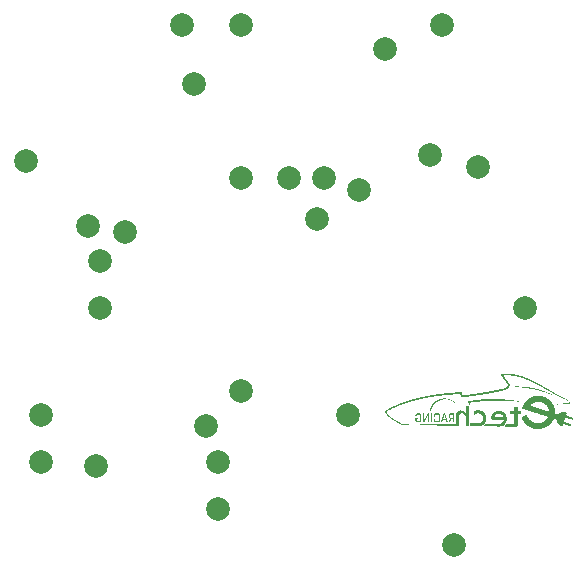
<source format=gbp>
G04*
G04 #@! TF.GenerationSoftware,Altium Limited,Altium Designer,23.3.1 (30)*
G04*
G04 Layer_Color=128*
%FSLAX44Y44*%
%MOMM*%
G71*
G04*
G04 #@! TF.SameCoordinates,CF94DBF3-FF16-43C4-AECA-44031EA59DE8*
G04*
G04*
G04 #@! TF.FilePolarity,Positive*
G04*
G01*
G75*
%ADD62C,2.0000*%
G36*
X434660Y213844D02*
X437132D01*
Y213745D01*
X438517D01*
Y213646D01*
X439604D01*
Y213547D01*
X440494D01*
Y213449D01*
X441384D01*
Y213350D01*
X442373D01*
Y213251D01*
X443065D01*
Y213152D01*
X443560D01*
Y213053D01*
X444252D01*
Y212954D01*
X444845D01*
Y212855D01*
X445439D01*
Y212756D01*
X445933D01*
Y212658D01*
X446428D01*
Y212559D01*
X446922D01*
Y212460D01*
X447515D01*
Y212361D01*
X448010D01*
Y212262D01*
X448405D01*
Y212163D01*
X448801D01*
Y212064D01*
X449197D01*
Y211965D01*
X449691D01*
Y211866D01*
X450185D01*
Y211768D01*
X450482D01*
Y211669D01*
X450877D01*
Y211570D01*
X451273D01*
Y211471D01*
X451669D01*
Y211372D01*
X451965D01*
Y211273D01*
X452262D01*
Y211174D01*
X452658D01*
Y211075D01*
X453053D01*
Y210977D01*
X453350D01*
Y210878D01*
X453745D01*
Y210779D01*
X453943D01*
Y210680D01*
X454339D01*
Y210581D01*
X454635D01*
Y210482D01*
X454932D01*
Y210383D01*
X455130D01*
Y210284D01*
X455426D01*
Y210185D01*
X455723D01*
Y210086D01*
X456020D01*
Y209988D01*
X456316D01*
Y209889D01*
X456514D01*
Y209790D01*
X456811D01*
Y209691D01*
X457107D01*
Y209592D01*
X457305D01*
Y209493D01*
X457602D01*
Y209394D01*
X457800D01*
Y209295D01*
X457997D01*
Y209196D01*
X458294D01*
Y209098D01*
X458492D01*
Y208999D01*
X458788D01*
Y208900D01*
X458986D01*
Y208801D01*
X459184D01*
Y208702D01*
X459481D01*
Y208603D01*
X459678D01*
Y208504D01*
X459876D01*
Y208405D01*
X460173D01*
Y208307D01*
X460371D01*
Y208208D01*
X460568D01*
Y208109D01*
X460766D01*
Y208010D01*
X460964D01*
Y207911D01*
X461162D01*
Y207812D01*
X461359D01*
Y207713D01*
X461557D01*
Y207614D01*
X461755D01*
Y207515D01*
X462052D01*
Y207416D01*
X462151D01*
Y207318D01*
X462348D01*
Y207219D01*
X462546D01*
Y207120D01*
X462744D01*
Y207021D01*
X462942D01*
Y206922D01*
X463139D01*
Y206823D01*
X463337D01*
Y206724D01*
X463436D01*
Y206527D01*
X463337D01*
Y206625D01*
X463041D01*
Y206724D01*
X462744D01*
Y206823D01*
X462546D01*
Y206922D01*
X462348D01*
Y207021D01*
X462052D01*
Y207120D01*
X461854D01*
Y207219D01*
X461656D01*
Y207318D01*
X461458D01*
Y207416D01*
X461162D01*
Y207515D01*
X460865D01*
Y207614D01*
X460667D01*
Y207713D01*
X460371D01*
Y207812D01*
X460173D01*
Y207911D01*
X459876D01*
Y208010D01*
X459580D01*
Y208109D01*
X459283D01*
Y208208D01*
X458986D01*
Y208307D01*
X458690D01*
Y208405D01*
X458393D01*
Y208504D01*
X458195D01*
Y208603D01*
X457898D01*
Y208702D01*
X457602D01*
Y208801D01*
X457305D01*
Y208900D01*
X457009D01*
Y208999D01*
X456712D01*
Y209098D01*
X456415D01*
Y209196D01*
X456119D01*
Y209295D01*
X455822D01*
Y209394D01*
X455426D01*
Y209493D01*
X455130D01*
Y209592D01*
X454833D01*
Y209691D01*
X454536D01*
Y209790D01*
X454240D01*
Y209889D01*
X453844D01*
Y209988D01*
X453548D01*
Y210086D01*
X453152D01*
Y210185D01*
X452855D01*
Y210284D01*
X452460D01*
Y210383D01*
X452064D01*
Y210482D01*
X451669D01*
Y210581D01*
X451273D01*
Y210680D01*
X450976D01*
Y210779D01*
X450482D01*
Y210878D01*
X450086D01*
Y210977D01*
X449691D01*
Y211075D01*
X449197D01*
Y211174D01*
X448801D01*
Y211273D01*
X448307D01*
Y211372D01*
X447812D01*
Y211471D01*
X447416D01*
Y211570D01*
X446922D01*
Y211669D01*
X446329D01*
Y211768D01*
X445834D01*
Y211866D01*
X445340D01*
Y211965D01*
X444845D01*
Y212064D01*
X444252D01*
Y212163D01*
X443659D01*
Y212262D01*
X442967D01*
Y212361D01*
X442373D01*
Y212460D01*
X441780D01*
Y212559D01*
X440989D01*
Y212658D01*
X440297D01*
Y212756D01*
X439506D01*
Y212855D01*
X438616D01*
Y212954D01*
X437825D01*
Y213053D01*
X436737D01*
Y213152D01*
X435649D01*
Y213251D01*
X434364D01*
Y213350D01*
X433078D01*
Y213449D01*
X431298D01*
Y213547D01*
X428628D01*
Y213646D01*
X428727D01*
Y213745D01*
X429221D01*
Y213844D01*
X432089D01*
Y213943D01*
X434660D01*
Y213844D01*
D02*
G37*
G36*
X417849Y203065D02*
X420124D01*
Y202967D01*
X422003D01*
Y202868D01*
X423288D01*
Y202769D01*
X424376D01*
Y202670D01*
X425563D01*
Y202571D01*
X426551D01*
Y202472D01*
X427540D01*
Y202373D01*
X428529D01*
Y202274D01*
X429122D01*
Y202176D01*
X429913D01*
Y202077D01*
X430803D01*
Y201978D01*
X431496D01*
Y201879D01*
X432089D01*
Y201780D01*
X432682D01*
Y201681D01*
X433375D01*
Y201582D01*
X433968D01*
Y201483D01*
X434660D01*
Y201384D01*
X435253D01*
Y201286D01*
X435352D01*
Y201088D01*
X433770D01*
Y201187D01*
X431891D01*
Y201286D01*
X430012D01*
Y201384D01*
X427441D01*
Y201483D01*
X424870D01*
Y201582D01*
X422003D01*
Y201681D01*
X412608D01*
Y201582D01*
X409246D01*
Y201483D01*
X406774D01*
Y201384D01*
X404796D01*
Y201286D01*
X403115D01*
Y201187D01*
X401731D01*
Y201088D01*
X400643D01*
Y200989D01*
X399456D01*
Y200890D01*
X398369D01*
Y200791D01*
X397380D01*
Y200692D01*
X396589D01*
Y200593D01*
X395798D01*
Y200494D01*
X395006D01*
Y200396D01*
X394215D01*
Y200297D01*
X393523D01*
Y200198D01*
X393029D01*
Y199901D01*
X393128D01*
Y199506D01*
X393227D01*
Y199209D01*
X393326D01*
Y198912D01*
X393424D01*
Y198517D01*
X393523D01*
Y198220D01*
X393622D01*
Y197923D01*
X393523D01*
Y198022D01*
X393424D01*
Y198121D01*
X393326D01*
Y198220D01*
X393227D01*
Y198418D01*
X393128D01*
Y198517D01*
X393029D01*
Y198715D01*
X392930D01*
Y198813D01*
X392831D01*
Y199011D01*
X392732D01*
Y199110D01*
X392633D01*
Y199308D01*
X392534D01*
Y199407D01*
X392435D01*
Y199604D01*
X392337D01*
Y199802D01*
X392238D01*
Y199901D01*
X392139D01*
Y200099D01*
X392040D01*
Y200198D01*
X391941D01*
Y200396D01*
X391842D01*
Y200494D01*
X391743D01*
Y200692D01*
X391644D01*
Y200791D01*
X391545D01*
Y200989D01*
X391447D01*
Y201088D01*
X391545D01*
Y201187D01*
X391941D01*
Y201286D01*
X392337D01*
Y201384D01*
X392831D01*
Y201483D01*
X393326D01*
Y201582D01*
X393820D01*
Y201681D01*
X394413D01*
Y201780D01*
X395006D01*
Y201879D01*
X395501D01*
Y201978D01*
X396193D01*
Y202077D01*
X396885D01*
Y202176D01*
X397676D01*
Y202274D01*
X398369D01*
Y202373D01*
X399061D01*
Y202472D01*
X400050D01*
Y202571D01*
X400940D01*
Y202670D01*
X402126D01*
Y202769D01*
X403115D01*
Y202868D01*
X404500D01*
Y202967D01*
X406082D01*
Y203065D01*
X408653D01*
Y203164D01*
X417849D01*
Y203065D01*
D02*
G37*
G36*
X373449Y203659D02*
X374141D01*
Y203560D01*
X374735D01*
Y203461D01*
X375130D01*
Y203362D01*
X375526D01*
Y203263D01*
X375822D01*
Y203164D01*
X376119D01*
Y203065D01*
X376416D01*
Y202967D01*
X376712D01*
Y202868D01*
X377009D01*
Y202769D01*
X377207D01*
Y202670D01*
X377405D01*
Y202571D01*
X377603D01*
Y202472D01*
X377800D01*
Y202373D01*
X377998D01*
Y202274D01*
X378196D01*
Y202176D01*
X378394D01*
Y202077D01*
X378591D01*
Y201978D01*
X378690D01*
Y201879D01*
X378888D01*
Y201780D01*
X378987D01*
Y201681D01*
X379185D01*
Y201582D01*
X379283D01*
Y201483D01*
X379481D01*
Y201384D01*
X379580D01*
Y201286D01*
X379778D01*
Y201187D01*
X379877D01*
Y201088D01*
X379976D01*
Y200989D01*
X380173D01*
Y200890D01*
X380272D01*
Y200791D01*
X380371D01*
Y200692D01*
X380470D01*
Y200593D01*
X380569D01*
Y200494D01*
X380668D01*
Y200396D01*
X380767D01*
Y200297D01*
X380866D01*
Y200198D01*
X381063D01*
Y200000D01*
X381162D01*
Y199901D01*
X381261D01*
Y199802D01*
X381360D01*
Y199604D01*
X381261D01*
Y199703D01*
X381162D01*
Y199802D01*
X381063D01*
Y199901D01*
X380866D01*
Y200000D01*
X380767D01*
Y200099D01*
X380668D01*
Y200198D01*
X380569D01*
Y200297D01*
X380371D01*
Y200396D01*
X380272D01*
Y200494D01*
X380173D01*
Y200593D01*
X380075D01*
Y200692D01*
X379877D01*
Y200791D01*
X379778D01*
Y200890D01*
X379580D01*
Y200989D01*
X379481D01*
Y201088D01*
X379283D01*
Y201187D01*
X379086D01*
Y201286D01*
X378987D01*
Y201384D01*
X378789D01*
Y201483D01*
X378591D01*
Y201582D01*
X378394D01*
Y201681D01*
X378196D01*
Y201780D01*
X377998D01*
Y201879D01*
X377701D01*
Y201978D01*
X377504D01*
Y202077D01*
X377306D01*
Y202176D01*
X377009D01*
Y202274D01*
X376712D01*
Y202373D01*
X376416D01*
Y202472D01*
X376119D01*
Y202571D01*
X375724D01*
Y202670D01*
X375328D01*
Y202769D01*
X374735D01*
Y202868D01*
X373944D01*
Y202967D01*
X371570D01*
Y202868D01*
X370680D01*
Y202769D01*
X370186D01*
Y202670D01*
X369692D01*
Y202571D01*
X369395D01*
Y202472D01*
X369098D01*
Y202373D01*
X368703D01*
Y202274D01*
X368406D01*
Y202176D01*
X368208D01*
Y202077D01*
X367911D01*
Y201978D01*
X367714D01*
Y201879D01*
X367516D01*
Y201780D01*
X367219D01*
Y201681D01*
X367121D01*
Y201582D01*
X366923D01*
Y201483D01*
X366725D01*
Y201384D01*
X366527D01*
Y201286D01*
X366329D01*
Y201187D01*
X366231D01*
Y201088D01*
X366033D01*
Y200989D01*
X365835D01*
Y200890D01*
X365736D01*
Y200791D01*
X365538D01*
Y200692D01*
X365439D01*
Y200593D01*
X365340D01*
Y200494D01*
X365143D01*
Y200396D01*
X365044D01*
Y200297D01*
X364945D01*
Y200198D01*
X364747D01*
Y200099D01*
X364648D01*
Y200000D01*
X364549D01*
Y199901D01*
X364450D01*
Y199802D01*
X364352D01*
Y199703D01*
X364253D01*
Y199604D01*
X364154D01*
Y199506D01*
X364055D01*
Y199407D01*
X363956D01*
Y199308D01*
X363857D01*
Y199209D01*
X363758D01*
Y199110D01*
X363659D01*
Y199011D01*
X363560D01*
Y198912D01*
X363462D01*
Y198813D01*
X363363D01*
Y198715D01*
X363264D01*
Y198517D01*
X363165D01*
Y198418D01*
X363066D01*
Y198319D01*
X362967D01*
Y198220D01*
X362868D01*
Y198022D01*
X362769D01*
Y197923D01*
X362671D01*
Y197824D01*
X362572D01*
Y197627D01*
X362473D01*
Y197528D01*
X362374D01*
Y197330D01*
X362275D01*
Y197231D01*
X362176D01*
Y197033D01*
X362077D01*
Y196836D01*
X361978D01*
Y196737D01*
X361880D01*
Y196539D01*
X361781D01*
Y196341D01*
X361682D01*
Y196143D01*
X361583D01*
Y195946D01*
X361484D01*
Y195748D01*
X361385D01*
Y195649D01*
Y195451D01*
X361286D01*
Y195254D01*
X361187D01*
Y194957D01*
X361088D01*
Y194759D01*
X360989D01*
Y194462D01*
X360891D01*
Y194067D01*
X360792D01*
Y193671D01*
X360693D01*
Y193276D01*
X360594D01*
Y193177D01*
X360495D01*
Y193078D01*
X359506D01*
Y193177D01*
X359308D01*
Y193473D01*
X359407D01*
Y193869D01*
X359506D01*
Y194166D01*
X359605D01*
Y194561D01*
X359704D01*
Y194858D01*
X359803D01*
Y195056D01*
X359902D01*
Y195352D01*
X360001D01*
Y195649D01*
X360099D01*
Y195847D01*
X360198D01*
Y196045D01*
X360297D01*
Y196242D01*
X360396D01*
Y196440D01*
X360495D01*
Y196638D01*
X360594D01*
Y196836D01*
X360693D01*
Y197033D01*
X360792D01*
Y197231D01*
X360891D01*
Y197429D01*
X360989D01*
Y197528D01*
X361088D01*
Y197726D01*
X361187D01*
Y197824D01*
X361286D01*
Y198022D01*
X361385D01*
Y198121D01*
X361484D01*
Y198319D01*
X361583D01*
Y198418D01*
X361682D01*
Y198517D01*
X361781D01*
Y198715D01*
X361880D01*
Y198813D01*
X361978D01*
Y198912D01*
X362077D01*
Y199110D01*
X362176D01*
Y199209D01*
X362275D01*
Y199308D01*
X362374D01*
Y199407D01*
X362473D01*
Y199506D01*
X362572D01*
Y199604D01*
X362671D01*
Y199703D01*
X362769D01*
Y199802D01*
X362868D01*
Y199901D01*
X362967D01*
Y200000D01*
X363066D01*
Y200099D01*
X363165D01*
Y200198D01*
X363264D01*
Y200297D01*
X363363D01*
Y200396D01*
X363462D01*
Y200494D01*
X363560D01*
Y200593D01*
X363659D01*
Y200692D01*
X363857D01*
Y200791D01*
X363956D01*
Y200890D01*
X364055D01*
Y200989D01*
X364154D01*
Y201088D01*
X364352D01*
Y201187D01*
X364450D01*
Y201286D01*
X364549D01*
Y201384D01*
X364747D01*
Y201483D01*
X364846D01*
Y201582D01*
X365044D01*
Y201681D01*
X365143D01*
Y201780D01*
X365340D01*
Y201879D01*
X365439D01*
Y201978D01*
X365637D01*
Y202077D01*
X365835D01*
Y202176D01*
X366033D01*
Y202274D01*
X366231D01*
Y202373D01*
X366428D01*
Y202472D01*
X366626D01*
Y202571D01*
X366824D01*
Y202670D01*
X367022D01*
Y202769D01*
X367318D01*
Y202868D01*
X367516D01*
Y202967D01*
X367813D01*
Y203065D01*
X368109D01*
Y203164D01*
X368406D01*
Y203263D01*
X368703D01*
Y203362D01*
X369098D01*
Y203461D01*
X369593D01*
Y203560D01*
X370186D01*
Y203659D01*
X370878D01*
Y203758D01*
X373449D01*
Y203659D01*
D02*
G37*
G36*
X427540Y224623D02*
X428430D01*
Y224524D01*
X429122D01*
Y224425D01*
X429815D01*
Y224326D01*
X430507D01*
Y224227D01*
X431100D01*
Y224128D01*
X431693D01*
Y224030D01*
X432089D01*
Y223931D01*
X432584D01*
Y223832D01*
X433078D01*
Y223733D01*
X433474D01*
Y223634D01*
X433869D01*
Y223535D01*
X434265D01*
Y223436D01*
X434561D01*
Y223337D01*
X434957D01*
Y223238D01*
X435352D01*
Y223139D01*
X435649D01*
Y223041D01*
X436045D01*
Y222942D01*
X436341D01*
Y222843D01*
X436638D01*
Y222744D01*
X437033D01*
Y222645D01*
X437231D01*
Y222546D01*
X437528D01*
Y222447D01*
X437825D01*
Y222348D01*
X438220D01*
Y222250D01*
X438517D01*
Y222151D01*
X438714D01*
Y222052D01*
X439011D01*
Y221953D01*
X439308D01*
Y221854D01*
X439506D01*
Y221755D01*
X439802D01*
Y221656D01*
X440000D01*
Y221557D01*
X440297D01*
Y221458D01*
X440593D01*
Y221360D01*
X440890D01*
Y221261D01*
X441088D01*
Y221162D01*
X441384D01*
Y221063D01*
X441582D01*
Y220964D01*
X441780D01*
Y220865D01*
X442077D01*
Y220766D01*
X442274D01*
Y220667D01*
X442472D01*
Y220569D01*
X442670D01*
Y220470D01*
X442967D01*
Y220371D01*
X443164D01*
Y220272D01*
X443362D01*
Y220173D01*
X443560D01*
Y220074D01*
X443857D01*
Y219975D01*
X444054D01*
Y219876D01*
X444252D01*
Y219777D01*
X444450D01*
Y219678D01*
X444648D01*
Y219580D01*
X444845D01*
Y219481D01*
X445043D01*
Y219382D01*
X445241D01*
Y219283D01*
X445439D01*
Y219184D01*
X445636D01*
Y219085D01*
X445933D01*
Y218986D01*
X446131D01*
Y218887D01*
X446329D01*
Y218789D01*
X446526D01*
Y218690D01*
X446724D01*
Y218591D01*
X446922D01*
Y218492D01*
X447120D01*
Y218393D01*
X447318D01*
Y218294D01*
X447515D01*
Y218195D01*
X447713D01*
Y218096D01*
X447911D01*
Y217997D01*
X448109D01*
Y217899D01*
X448307D01*
Y217800D01*
X448504D01*
Y217701D01*
X448702D01*
Y217602D01*
X448900D01*
Y217503D01*
X449098D01*
Y217404D01*
X449197D01*
Y217305D01*
X449394D01*
Y217206D01*
X449592D01*
Y217107D01*
X449790D01*
Y217008D01*
X449987D01*
Y216910D01*
X450185D01*
Y216811D01*
X450383D01*
Y216712D01*
X450581D01*
Y216613D01*
X450779D01*
Y216514D01*
X450877D01*
Y216415D01*
X451075D01*
Y216316D01*
X451273D01*
Y216217D01*
X451471D01*
Y216119D01*
X451669D01*
Y216020D01*
X451866D01*
Y215921D01*
X452064D01*
Y215822D01*
X452163D01*
Y215723D01*
X452460D01*
Y215624D01*
X452559D01*
Y215525D01*
X452756D01*
Y215426D01*
X452954D01*
Y215327D01*
X453152D01*
Y215229D01*
X453350D01*
Y215130D01*
X453548D01*
Y215031D01*
X453646D01*
Y214932D01*
X453844D01*
Y214833D01*
X454042D01*
Y214734D01*
X454240D01*
Y214635D01*
X454437D01*
Y214536D01*
X454536D01*
Y214438D01*
X454734D01*
Y214339D01*
X454932D01*
Y214240D01*
X455130D01*
Y214141D01*
X455327D01*
Y214042D01*
X455426D01*
Y213943D01*
X455624D01*
Y213844D01*
X455822D01*
Y213745D01*
X456020D01*
Y213646D01*
X456119D01*
Y213547D01*
X456316D01*
Y213449D01*
X456514D01*
Y213350D01*
X456712D01*
Y213251D01*
X456811D01*
Y213152D01*
X457009D01*
Y213053D01*
X457206D01*
Y212954D01*
X457404D01*
Y212855D01*
X457602D01*
Y212756D01*
X457701D01*
Y212658D01*
X457898D01*
Y212559D01*
X458096D01*
Y212460D01*
X458294D01*
Y212361D01*
X458393D01*
Y212262D01*
X458591D01*
Y212163D01*
X458788D01*
Y212064D01*
X458887D01*
Y211965D01*
X459085D01*
Y211866D01*
X459283D01*
Y211768D01*
X459481D01*
Y211669D01*
X459580D01*
Y211570D01*
X459777D01*
Y211471D01*
X459975D01*
Y211372D01*
X460173D01*
Y211273D01*
X460272D01*
Y211174D01*
X460470D01*
Y211075D01*
X460667D01*
Y210977D01*
X460865D01*
Y210878D01*
X460964D01*
Y210779D01*
X461162D01*
Y210680D01*
X461359D01*
Y210581D01*
X461458D01*
Y210482D01*
X461656D01*
Y210383D01*
X461854D01*
Y210284D01*
X461953D01*
Y210185D01*
X462151D01*
Y210086D01*
X462348D01*
Y209988D01*
X462546D01*
Y209889D01*
X462645D01*
Y209790D01*
X462843D01*
Y209691D01*
X463041D01*
Y209592D01*
X463238D01*
Y209493D01*
X463337D01*
Y209394D01*
X463535D01*
Y209295D01*
X463733D01*
Y209196D01*
X463931D01*
Y209098D01*
X464030D01*
Y208999D01*
X464227D01*
Y208900D01*
X464425D01*
Y208801D01*
X464524D01*
Y208702D01*
X464722D01*
Y208603D01*
X464920D01*
Y208504D01*
X465117D01*
Y208405D01*
X465216D01*
Y208307D01*
X465414D01*
Y208208D01*
X465612D01*
Y208109D01*
X465710D01*
Y208010D01*
X465908D01*
Y207911D01*
X466106D01*
Y207812D01*
X466205D01*
Y207713D01*
X466403D01*
Y207614D01*
X466600D01*
Y207515D01*
X466699D01*
Y207416D01*
X466897D01*
Y207318D01*
X467095D01*
Y207219D01*
X467194D01*
Y207120D01*
X467392D01*
Y207021D01*
X467589D01*
Y206922D01*
X467787D01*
Y206823D01*
X467886D01*
Y206724D01*
X468084D01*
Y206625D01*
X468282D01*
Y206527D01*
X468479D01*
Y206428D01*
X468578D01*
Y206329D01*
X468776D01*
Y206230D01*
X468974D01*
Y206131D01*
X469172D01*
Y206032D01*
X469369D01*
Y205933D01*
X469567D01*
Y205834D01*
X469765D01*
Y205735D01*
X469963D01*
Y205637D01*
X470062D01*
Y205538D01*
X470259D01*
Y205439D01*
X470457D01*
Y205340D01*
X470655D01*
Y205241D01*
X470853D01*
Y205142D01*
X471050D01*
Y205043D01*
X471248D01*
Y204944D01*
X471446D01*
Y204846D01*
X471644D01*
Y204747D01*
X471842D01*
Y204648D01*
X472039D01*
Y204549D01*
X472237D01*
Y204450D01*
X472435D01*
Y204351D01*
X472633D01*
Y204252D01*
X472929D01*
Y204153D01*
X473127D01*
Y204054D01*
X473325D01*
Y203955D01*
X473523D01*
Y203857D01*
X473720D01*
Y203758D01*
X473918D01*
Y203659D01*
X474215D01*
Y203560D01*
X474413D01*
Y203461D01*
X474709D01*
Y203362D01*
X474907D01*
Y203263D01*
X475105D01*
Y203164D01*
X475401D01*
Y203065D01*
X475599D01*
Y202967D01*
X475797D01*
Y202868D01*
X475896D01*
Y202769D01*
X476094D01*
Y202670D01*
X476292D01*
Y202571D01*
X476390D01*
Y202472D01*
X476489D01*
Y202373D01*
X476687D01*
Y202274D01*
X476786D01*
Y202176D01*
X476885D01*
Y202077D01*
X476984D01*
Y201978D01*
X477082D01*
Y201879D01*
X477181D01*
Y201780D01*
X477280D01*
Y201681D01*
X477379D01*
Y201582D01*
X477478D01*
Y201483D01*
X477577D01*
Y201384D01*
X477676D01*
Y201286D01*
X477775D01*
Y201088D01*
X477874D01*
Y200989D01*
X477972D01*
Y200890D01*
X478071D01*
Y200692D01*
X478170D01*
Y200494D01*
X478269D01*
Y200297D01*
X478368D01*
Y200099D01*
X478467D01*
Y199901D01*
X478566D01*
Y199110D01*
X478467D01*
Y199011D01*
X477577D01*
Y199110D01*
X471644D01*
Y199011D01*
X470062D01*
Y198912D01*
X469271D01*
Y198813D01*
X468578D01*
Y198715D01*
X467985D01*
Y198616D01*
X467491D01*
Y198517D01*
X467095D01*
Y198418D01*
X466798D01*
Y198319D01*
X466502D01*
Y198220D01*
X466304D01*
Y198121D01*
X466205D01*
Y198022D01*
X466007D01*
Y197923D01*
X465908D01*
Y197824D01*
X465710D01*
Y198022D01*
X465810D01*
Y198121D01*
X465908D01*
Y198220D01*
X466106D01*
Y198319D01*
X466205D01*
Y198418D01*
X466403D01*
Y198517D01*
X466600D01*
Y198616D01*
X466897D01*
Y198715D01*
X467194D01*
Y198813D01*
X467589D01*
Y198912D01*
X467985D01*
Y199011D01*
X468381D01*
Y199110D01*
X469073D01*
Y199209D01*
X470062D01*
Y199308D01*
X471149D01*
Y199407D01*
X472534D01*
Y199506D01*
X475401D01*
Y199604D01*
X475599D01*
Y199506D01*
X475797D01*
Y199604D01*
X476094D01*
Y199506D01*
X476489D01*
Y199604D01*
X476687D01*
Y199506D01*
X478071D01*
Y199802D01*
X477972D01*
Y200099D01*
X477874D01*
Y200198D01*
X477775D01*
Y200396D01*
X477676D01*
Y200494D01*
X477577D01*
Y200692D01*
X477478D01*
Y200791D01*
X477379D01*
Y200890D01*
X477280D01*
Y201088D01*
X477181D01*
Y201187D01*
X477082D01*
Y201286D01*
X476984D01*
Y201384D01*
X476885D01*
Y201483D01*
X476786D01*
Y201582D01*
X476588D01*
Y201681D01*
X476489D01*
Y201780D01*
X476390D01*
Y201879D01*
X476292D01*
Y201978D01*
X476094D01*
Y202077D01*
X475995D01*
Y202176D01*
X475797D01*
Y202274D01*
X475599D01*
Y202373D01*
X475401D01*
Y202472D01*
X475204D01*
Y202571D01*
X475006D01*
Y202670D01*
X474709D01*
Y202769D01*
X474511D01*
Y202868D01*
X474215D01*
Y202967D01*
X474017D01*
Y203065D01*
X473720D01*
Y203164D01*
X473523D01*
Y203263D01*
X473226D01*
Y203362D01*
X473028D01*
Y203461D01*
X472830D01*
Y203560D01*
X472633D01*
Y203659D01*
X472336D01*
Y203758D01*
X472138D01*
Y203857D01*
X471940D01*
Y203955D01*
X471743D01*
Y204054D01*
X471545D01*
Y204153D01*
X471248D01*
Y204252D01*
X471050D01*
Y204351D01*
X470853D01*
Y204450D01*
X470655D01*
Y204549D01*
X470457D01*
Y204648D01*
X470259D01*
Y204747D01*
X470062D01*
Y204846D01*
X469864D01*
Y204944D01*
X469666D01*
Y205043D01*
X469468D01*
Y205142D01*
X469271D01*
Y205241D01*
X469073D01*
Y205340D01*
X468875D01*
Y205439D01*
X468677D01*
Y205538D01*
X468479D01*
Y205637D01*
X468282D01*
Y205735D01*
X468084D01*
Y205834D01*
X467886D01*
Y205933D01*
X467787D01*
Y206032D01*
X467589D01*
Y206131D01*
X467392D01*
Y206230D01*
X467194D01*
Y206329D01*
X466996D01*
Y206428D01*
X466798D01*
Y206527D01*
X466600D01*
Y206625D01*
X466403D01*
Y206724D01*
X466304D01*
Y206823D01*
X466106D01*
Y206922D01*
X465908D01*
Y207021D01*
X465710D01*
Y207120D01*
X465513D01*
Y207219D01*
X465414D01*
Y207318D01*
X465216D01*
Y207416D01*
X465018D01*
Y207515D01*
X464821D01*
Y207614D01*
X464722D01*
Y207713D01*
X464524D01*
Y207812D01*
X464326D01*
Y207911D01*
X464227D01*
Y208010D01*
X464030D01*
Y208109D01*
X463832D01*
Y208208D01*
X463634D01*
Y208307D01*
X463436D01*
Y208405D01*
X463337D01*
Y208504D01*
X463139D01*
Y208603D01*
X462942D01*
Y208702D01*
X462744D01*
Y208801D01*
X462546D01*
Y208900D01*
X462348D01*
Y208999D01*
X462249D01*
Y209098D01*
X462052D01*
Y209196D01*
X461854D01*
Y209295D01*
X461656D01*
Y209394D01*
X461458D01*
Y209493D01*
X461359D01*
Y209592D01*
X461162D01*
Y209691D01*
X460964D01*
Y209790D01*
X460766D01*
Y209889D01*
X460568D01*
Y209988D01*
X460470D01*
Y210086D01*
X460272D01*
Y210185D01*
X460074D01*
Y210284D01*
X459876D01*
Y210383D01*
X459678D01*
Y210482D01*
X459580D01*
Y210581D01*
X459382D01*
Y210680D01*
X459184D01*
Y210779D01*
X458986D01*
Y210878D01*
X458887D01*
Y210977D01*
X458690D01*
Y211075D01*
X458492D01*
Y211174D01*
X458294D01*
Y211273D01*
X458096D01*
Y211372D01*
X457997D01*
Y211471D01*
X457800D01*
Y211570D01*
X457602D01*
Y211669D01*
X457404D01*
Y211768D01*
X457305D01*
Y211866D01*
X457107D01*
Y211965D01*
X456910D01*
Y212064D01*
X456712D01*
Y212163D01*
X456514D01*
Y212262D01*
X456316D01*
Y212361D01*
X456119D01*
Y212460D01*
X456020D01*
Y212559D01*
X455822D01*
Y212658D01*
X455624D01*
Y212756D01*
X455426D01*
Y212855D01*
X455229D01*
Y212954D01*
X455031D01*
Y213053D01*
X454932D01*
Y213152D01*
X454734D01*
Y213251D01*
X454536D01*
Y213350D01*
X454339D01*
Y213449D01*
X454141D01*
Y213547D01*
X453943D01*
Y213646D01*
X453745D01*
Y213745D01*
X453646D01*
Y213844D01*
X453449D01*
Y213943D01*
X453251D01*
Y214042D01*
X453053D01*
Y214141D01*
X452855D01*
Y214240D01*
X452658D01*
Y214339D01*
X452460D01*
Y214438D01*
X452361D01*
Y214536D01*
X452163D01*
Y214635D01*
X451965D01*
Y214734D01*
X451768D01*
Y214833D01*
X451570D01*
Y214932D01*
X451372D01*
Y215031D01*
X451174D01*
Y215130D01*
X450976D01*
Y215229D01*
X450779D01*
Y215327D01*
X450581D01*
Y215426D01*
X450383D01*
Y215525D01*
X450185D01*
Y215624D01*
X449987D01*
Y215723D01*
X449790D01*
Y215822D01*
X449592D01*
Y215921D01*
X449394D01*
Y216020D01*
X449197D01*
Y216119D01*
X448999D01*
Y216217D01*
X448801D01*
Y216316D01*
X448603D01*
Y216415D01*
X448405D01*
Y216514D01*
X448208D01*
Y216613D01*
X448010D01*
Y216712D01*
X447911D01*
Y216811D01*
X447614D01*
Y216910D01*
X447416D01*
Y217008D01*
X447219D01*
Y217107D01*
X447021D01*
Y217206D01*
X446823D01*
Y217305D01*
X446625D01*
Y217404D01*
X446428D01*
Y217503D01*
X446230D01*
Y217602D01*
X446032D01*
Y217701D01*
X445834D01*
Y217800D01*
X445636D01*
Y217899D01*
X445439D01*
Y217997D01*
X445142D01*
Y218096D01*
X444944D01*
Y218195D01*
X444747D01*
Y218294D01*
X444549D01*
Y218393D01*
X444351D01*
Y218492D01*
X444153D01*
Y218591D01*
X443955D01*
Y218690D01*
X443758D01*
Y218789D01*
X443461D01*
Y218887D01*
X443263D01*
Y218986D01*
X443065D01*
Y219085D01*
X442868D01*
Y219184D01*
X442571D01*
Y219283D01*
X442373D01*
Y219382D01*
X442077D01*
Y219481D01*
X441879D01*
Y219580D01*
X441681D01*
Y219678D01*
X441483D01*
Y219777D01*
X441187D01*
Y219876D01*
X440989D01*
Y219975D01*
X440692D01*
Y220074D01*
X440494D01*
Y220173D01*
X440198D01*
Y220272D01*
X439901D01*
Y220371D01*
X439604D01*
Y220470D01*
X439407D01*
Y220569D01*
X439110D01*
Y220667D01*
X438912D01*
Y220766D01*
X438616D01*
Y220865D01*
X438319D01*
Y220964D01*
X438022D01*
Y221063D01*
X437726D01*
Y221162D01*
X437429D01*
Y221261D01*
X437033D01*
Y221360D01*
X436836D01*
Y221458D01*
X436440D01*
Y221557D01*
X436143D01*
Y221656D01*
X435748D01*
Y221755D01*
X435451D01*
Y221854D01*
X435056D01*
Y221953D01*
X434759D01*
Y222052D01*
X434364D01*
Y222151D01*
X433968D01*
Y222250D01*
X433572D01*
Y222348D01*
X433177D01*
Y222447D01*
X432682D01*
Y222546D01*
X432188D01*
Y222645D01*
X431693D01*
Y222744D01*
X431199D01*
Y222843D01*
X430606D01*
Y222942D01*
X430012D01*
Y223041D01*
X429221D01*
Y223139D01*
X428331D01*
Y223238D01*
X427342D01*
Y223337D01*
X422695D01*
Y223238D01*
X422003D01*
Y223139D01*
X421805D01*
Y222942D01*
X421904D01*
Y222843D01*
X422003D01*
Y222744D01*
X422102D01*
Y222546D01*
X422200D01*
Y222447D01*
X422299D01*
Y222348D01*
X422398D01*
Y222151D01*
X422497D01*
Y222052D01*
X422596D01*
Y221854D01*
X422695D01*
Y221755D01*
X422794D01*
Y221656D01*
X422893D01*
Y221458D01*
X422991D01*
Y221360D01*
X423090D01*
Y221162D01*
X423189D01*
Y221063D01*
X423288D01*
Y220964D01*
X423387D01*
Y220766D01*
X423486D01*
Y220667D01*
X423585D01*
Y220569D01*
X423684D01*
Y220371D01*
X423783D01*
Y220272D01*
X423881D01*
Y220074D01*
X423980D01*
Y219975D01*
X424079D01*
Y219876D01*
X424178D01*
Y219678D01*
X424277D01*
Y219580D01*
X424376D01*
Y219481D01*
X424475D01*
Y219283D01*
X424574D01*
Y219184D01*
X424673D01*
Y219085D01*
X424771D01*
Y218887D01*
X424870D01*
Y218789D01*
X424969D01*
Y218591D01*
X425068D01*
Y218492D01*
X425167D01*
Y218393D01*
X425266D01*
Y218195D01*
X425365D01*
Y218096D01*
X425464D01*
Y217997D01*
X425563D01*
Y217899D01*
X425662D01*
Y217701D01*
X425760D01*
Y217602D01*
X425859D01*
Y217503D01*
X425958D01*
Y217305D01*
X426057D01*
Y217206D01*
X426156D01*
Y217107D01*
X426255D01*
Y216910D01*
X426354D01*
Y216811D01*
X426452D01*
Y216712D01*
X426551D01*
Y216514D01*
X426650D01*
Y216415D01*
X426749D01*
Y216217D01*
X426848D01*
Y216020D01*
X426947D01*
Y215723D01*
X427046D01*
Y215426D01*
X427145D01*
Y214438D01*
X427046D01*
Y214042D01*
X426947D01*
Y213844D01*
X426848D01*
Y213646D01*
X426749D01*
Y213449D01*
X426650D01*
Y213350D01*
X426551D01*
Y213152D01*
X426452D01*
Y213053D01*
X426354D01*
Y212954D01*
X426255D01*
Y212855D01*
X426156D01*
Y212756D01*
X426057D01*
Y212658D01*
X425958D01*
Y212559D01*
X425859D01*
Y212460D01*
X425760D01*
Y212361D01*
X425563D01*
Y212262D01*
X425464D01*
Y212163D01*
X425266D01*
Y212064D01*
X425167D01*
Y211965D01*
X424969D01*
Y211866D01*
X424870D01*
Y211768D01*
X424673D01*
Y211669D01*
X424475D01*
Y211570D01*
X424277D01*
Y211471D01*
X424079D01*
Y211372D01*
X423881D01*
Y211273D01*
X423684D01*
Y211174D01*
X423387D01*
Y211075D01*
X423189D01*
Y210977D01*
X422893D01*
Y210878D01*
X422695D01*
Y210779D01*
X422398D01*
Y210680D01*
X422102D01*
Y210581D01*
X421805D01*
Y210482D01*
X421508D01*
Y210383D01*
X421113D01*
Y210284D01*
X420717D01*
Y210185D01*
X420322D01*
Y210086D01*
X419926D01*
Y209988D01*
X419530D01*
Y209889D01*
X419036D01*
Y209790D01*
X418542D01*
Y209691D01*
X418146D01*
Y209592D01*
X417751D01*
Y209493D01*
X417256D01*
Y209394D01*
X416762D01*
Y209295D01*
X416267D01*
Y209196D01*
X415773D01*
Y209098D01*
X415377D01*
Y208999D01*
X414784D01*
Y208900D01*
X414290D01*
Y208801D01*
X413795D01*
Y208702D01*
X413301D01*
Y208603D01*
X412806D01*
Y208504D01*
X412213D01*
Y208405D01*
X411619D01*
Y208307D01*
X411125D01*
Y208208D01*
X410631D01*
Y208109D01*
X410037D01*
Y208010D01*
X409444D01*
Y207911D01*
X408851D01*
Y207812D01*
X408257D01*
Y207713D01*
X407763D01*
Y207614D01*
X407170D01*
Y207515D01*
X406576D01*
Y207416D01*
X405983D01*
Y207318D01*
X405291D01*
Y207219D01*
X404796D01*
Y207120D01*
X404203D01*
Y207021D01*
X403511D01*
Y206922D01*
X402918D01*
Y206823D01*
X402225D01*
Y206724D01*
X401731D01*
Y206625D01*
X401039D01*
Y206527D01*
X400346D01*
Y206428D01*
X399654D01*
Y206329D01*
X399061D01*
Y206230D01*
X398468D01*
Y206131D01*
X397775D01*
Y206032D01*
X397083D01*
Y205933D01*
X396391D01*
Y205834D01*
X395798D01*
Y205735D01*
X395105D01*
Y205637D01*
X394413D01*
Y205538D01*
X393523D01*
Y205439D01*
X392930D01*
Y205340D01*
X392238D01*
Y205241D01*
X391545D01*
Y205142D01*
X390754D01*
Y205043D01*
X389963D01*
Y204944D01*
X389271D01*
Y204846D01*
X388579D01*
Y204747D01*
X387293D01*
Y204846D01*
X386997D01*
Y204944D01*
X386799D01*
Y205043D01*
X386601D01*
Y205142D01*
X386502D01*
Y205241D01*
X386305D01*
Y205340D01*
X386206D01*
Y205439D01*
X386107D01*
Y205538D01*
X386008D01*
Y205735D01*
X385909D01*
Y205834D01*
X385810D01*
Y206032D01*
X385711D01*
Y206230D01*
X385612D01*
Y206428D01*
X385513D01*
Y206724D01*
X385415D01*
Y206922D01*
X385316D01*
Y207219D01*
X385217D01*
Y207416D01*
X384228D01*
Y207318D01*
X382646D01*
Y207219D01*
X380965D01*
Y207120D01*
X378987D01*
Y207021D01*
X377504D01*
Y206922D01*
X376416D01*
Y206823D01*
X375427D01*
Y206724D01*
X374339D01*
Y206625D01*
X373251D01*
Y206527D01*
X372065D01*
Y206428D01*
X370977D01*
Y206329D01*
X370285D01*
Y206230D01*
X369494D01*
Y206131D01*
X368703D01*
Y206032D01*
X367813D01*
Y205933D01*
X367121D01*
Y205834D01*
X366329D01*
Y205735D01*
X365637D01*
Y205637D01*
X364846D01*
Y205538D01*
X364055D01*
Y205439D01*
X363462D01*
Y205340D01*
X362967D01*
Y205241D01*
X362275D01*
Y205142D01*
X361682D01*
Y205043D01*
X361088D01*
Y204944D01*
X360396D01*
Y204846D01*
X359902D01*
Y204747D01*
X359308D01*
Y204648D01*
X358616D01*
Y204549D01*
X358122D01*
Y204450D01*
X357627D01*
Y204351D01*
X357133D01*
Y204252D01*
X356638D01*
Y204153D01*
X356144D01*
Y204054D01*
X355650D01*
Y203955D01*
X355155D01*
Y203857D01*
X354661D01*
Y203758D01*
X354166D01*
Y203659D01*
X353672D01*
Y203560D01*
X353177D01*
Y203461D01*
X352782D01*
Y203362D01*
X352287D01*
Y203263D01*
X351892D01*
Y203164D01*
X351496D01*
Y203065D01*
X351101D01*
Y202967D01*
X350705D01*
Y202868D01*
X350211D01*
Y202769D01*
X349815D01*
Y202670D01*
X349420D01*
Y202571D01*
X349024D01*
Y202472D01*
X348629D01*
Y202373D01*
X348233D01*
Y202274D01*
X347739D01*
Y202176D01*
X347343D01*
Y202077D01*
X347046D01*
Y201978D01*
X346651D01*
Y201879D01*
X346354D01*
Y201780D01*
X345959D01*
Y201681D01*
X345563D01*
Y201582D01*
X345266D01*
Y201483D01*
X344871D01*
Y201384D01*
X344574D01*
Y201286D01*
X344179D01*
Y201187D01*
X343783D01*
Y201088D01*
X343487D01*
Y200989D01*
X343091D01*
Y200890D01*
X342794D01*
Y200791D01*
X342399D01*
Y200692D01*
X342102D01*
Y200593D01*
X341805D01*
Y200494D01*
X341509D01*
Y200396D01*
X341212D01*
Y200297D01*
X340817D01*
Y200198D01*
X340619D01*
Y200099D01*
X340223D01*
Y200000D01*
X339927D01*
Y199901D01*
X339630D01*
Y199802D01*
X339333D01*
Y199703D01*
X339037D01*
Y199604D01*
X338740D01*
Y199506D01*
X338443D01*
Y199407D01*
X338147D01*
Y199308D01*
X337850D01*
Y199209D01*
X337553D01*
Y199110D01*
X337257D01*
Y199011D01*
X336960D01*
Y198912D01*
X336762D01*
Y198813D01*
X336466D01*
Y198715D01*
X336169D01*
Y198616D01*
X335872D01*
Y198517D01*
X335576D01*
Y198418D01*
X335279D01*
Y198319D01*
X335081D01*
Y198220D01*
X334785D01*
Y198121D01*
X334587D01*
Y198022D01*
X334290D01*
Y197923D01*
X334092D01*
Y197824D01*
X333796D01*
Y197726D01*
X333598D01*
Y197627D01*
X333301D01*
Y197528D01*
X333004D01*
Y197429D01*
X332807D01*
Y197330D01*
X332510D01*
Y197231D01*
X332312D01*
Y197132D01*
X332016D01*
Y197033D01*
X331818D01*
Y196935D01*
X331620D01*
Y196836D01*
X331323D01*
Y196737D01*
X331126D01*
Y196638D01*
X330928D01*
Y196539D01*
X330631D01*
Y196440D01*
X330434D01*
Y196341D01*
X330236D01*
Y196242D01*
X329939D01*
Y196143D01*
X329741D01*
Y196045D01*
X329543D01*
Y195946D01*
X329346D01*
Y195847D01*
X329148D01*
Y195748D01*
X328851D01*
Y195649D01*
X328653D01*
Y195550D01*
X328456D01*
Y195451D01*
X328258D01*
Y195352D01*
X328060D01*
Y195254D01*
X327763D01*
Y195154D01*
X327566D01*
Y195056D01*
X327368D01*
Y194957D01*
X327170D01*
Y194858D01*
X326973D01*
Y194759D01*
X326775D01*
Y194660D01*
X326577D01*
Y194561D01*
X326379D01*
Y194462D01*
X326280D01*
Y194363D01*
X325984D01*
Y194265D01*
X325786D01*
Y194166D01*
X325588D01*
Y194067D01*
X325489D01*
Y193968D01*
X325291D01*
Y193869D01*
X325094D01*
Y193770D01*
X324896D01*
Y193671D01*
X324698D01*
Y193572D01*
X324500D01*
Y193473D01*
X324401D01*
Y193375D01*
X324204D01*
Y193276D01*
X324006D01*
Y193177D01*
X323808D01*
Y193078D01*
X323709D01*
Y192979D01*
X323511D01*
Y192880D01*
X323314D01*
Y192781D01*
X323215D01*
Y192682D01*
X323116D01*
Y192584D01*
X323017D01*
Y192188D01*
X323116D01*
Y191792D01*
X323215D01*
Y191595D01*
X323314D01*
Y191397D01*
X323413D01*
Y191199D01*
X323511D01*
Y191001D01*
X323610D01*
Y190902D01*
X323709D01*
Y190705D01*
X323808D01*
Y190606D01*
X323907D01*
Y190507D01*
X324006D01*
Y190309D01*
X324105D01*
Y190210D01*
X324204D01*
Y190111D01*
X324302D01*
Y190012D01*
X324401D01*
Y189914D01*
X324500D01*
Y189815D01*
X324599D01*
Y189716D01*
X324698D01*
Y189617D01*
X324797D01*
Y189518D01*
X324896D01*
Y189419D01*
X324995D01*
Y189320D01*
X325094D01*
Y189221D01*
X325192D01*
Y189123D01*
X325291D01*
Y189024D01*
X325390D01*
Y188925D01*
X325489D01*
Y188826D01*
X325588D01*
Y188727D01*
X325687D01*
Y188628D01*
X325885D01*
Y188529D01*
X325984D01*
Y188430D01*
X326082D01*
Y188331D01*
X326181D01*
Y188232D01*
X326280D01*
Y188134D01*
X326478D01*
Y188035D01*
X326577D01*
Y187936D01*
X326676D01*
Y187837D01*
X326775D01*
Y187738D01*
X326973D01*
Y187639D01*
X327071D01*
Y187540D01*
X327170D01*
Y187441D01*
X327368D01*
Y187342D01*
X327467D01*
Y187244D01*
X327665D01*
Y187145D01*
X327763D01*
Y187046D01*
X327862D01*
Y186947D01*
X328060D01*
Y186848D01*
X328159D01*
Y186749D01*
X328357D01*
Y186650D01*
X328456D01*
Y186551D01*
X328653D01*
Y186453D01*
X328752D01*
Y186354D01*
X328950D01*
Y186255D01*
X329049D01*
Y186156D01*
X329247D01*
Y186057D01*
X329346D01*
Y185958D01*
X329543D01*
Y185859D01*
X329642D01*
Y185760D01*
X329840D01*
Y185662D01*
X330038D01*
Y185562D01*
X330137D01*
Y185464D01*
X330335D01*
Y185365D01*
X330434D01*
Y185266D01*
X330631D01*
Y185167D01*
X330829D01*
Y185068D01*
X330928D01*
Y184969D01*
X331126D01*
Y184870D01*
X331323D01*
Y184771D01*
X331422D01*
Y184673D01*
X331620D01*
Y184574D01*
X331818D01*
Y184475D01*
X332016D01*
Y184376D01*
X332115D01*
Y184277D01*
X332312D01*
Y184178D01*
X332510D01*
Y184079D01*
X332708D01*
Y183980D01*
X332906D01*
Y183881D01*
X333004D01*
Y183783D01*
X333202D01*
Y183684D01*
X333400D01*
Y183585D01*
X333598D01*
Y183486D01*
X333796D01*
Y183387D01*
X333993D01*
Y183288D01*
X334191D01*
Y183189D01*
X334290D01*
Y183090D01*
X334488D01*
Y182992D01*
X334686D01*
Y182893D01*
X334883D01*
Y182794D01*
X335081D01*
Y182695D01*
X335279D01*
Y182596D01*
X335477D01*
Y182497D01*
X335675D01*
Y182398D01*
X335872D01*
Y182299D01*
X336070D01*
Y182200D01*
X336268D01*
Y182101D01*
X336466D01*
Y182003D01*
X336663D01*
Y181904D01*
X336861D01*
Y181805D01*
X338839D01*
Y181706D01*
X341608D01*
Y181607D01*
X344179D01*
Y181508D01*
X348332D01*
Y181607D01*
X351101D01*
Y181706D01*
X353870D01*
Y181805D01*
X356638D01*
Y181904D01*
X359407D01*
Y182003D01*
X362176D01*
Y182101D01*
X365044D01*
Y182200D01*
X367813D01*
Y182299D01*
X370582D01*
Y182398D01*
X373449D01*
Y182497D01*
X381657D01*
Y185760D01*
X381756D01*
Y190012D01*
X381855D01*
Y190507D01*
X381954D01*
Y190804D01*
X382052D01*
Y191001D01*
X382151D01*
Y191298D01*
X382250D01*
Y191397D01*
X382349D01*
Y191595D01*
X382448D01*
Y191792D01*
X382547D01*
Y191891D01*
X382646D01*
Y191990D01*
X382744D01*
Y192089D01*
X382844D01*
Y192287D01*
X382942D01*
Y192386D01*
X383041D01*
Y192485D01*
X383239D01*
Y192584D01*
X383338D01*
Y192682D01*
X383437D01*
Y192781D01*
X383536D01*
Y192880D01*
X383733D01*
Y192979D01*
X383832D01*
Y193078D01*
X384030D01*
Y193177D01*
X384327D01*
Y193276D01*
X384525D01*
Y193375D01*
X384821D01*
Y193473D01*
X385513D01*
Y193572D01*
X386206D01*
Y193473D01*
X386799D01*
Y193375D01*
X387096D01*
Y193276D01*
X387392D01*
Y193177D01*
X387689D01*
Y193078D01*
X387887D01*
Y192979D01*
X388084D01*
Y192880D01*
X388183D01*
Y192781D01*
X388381D01*
Y192682D01*
X388480D01*
Y192584D01*
X388678D01*
Y192485D01*
X388777D01*
Y192386D01*
X388876D01*
Y192287D01*
X388974D01*
Y192188D01*
X389172D01*
Y192089D01*
X389271D01*
Y191990D01*
X389370D01*
Y191891D01*
X389469D01*
Y191792D01*
X389568D01*
Y191694D01*
X389963D01*
Y191792D01*
X390062D01*
Y196440D01*
X390161D01*
Y196539D01*
X390260D01*
Y196737D01*
X390359D01*
Y196836D01*
X390557D01*
Y196935D01*
X392435D01*
Y196836D01*
X392534D01*
Y196737D01*
X392633D01*
Y196638D01*
X392732D01*
Y196539D01*
X392831D01*
Y196440D01*
X392930D01*
Y184673D01*
X392831D01*
Y180519D01*
X392732D01*
Y180420D01*
X392633D01*
Y180223D01*
X392435D01*
Y180124D01*
X392337D01*
Y180025D01*
X390557D01*
Y180124D01*
X390359D01*
Y180223D01*
X390260D01*
Y180322D01*
X390161D01*
Y180420D01*
X390062D01*
Y180618D01*
X389963D01*
Y183585D01*
X390062D01*
Y187639D01*
X389963D01*
Y188232D01*
X389864D01*
Y188628D01*
X389766D01*
Y188826D01*
X389667D01*
Y189123D01*
X389568D01*
Y189320D01*
X389469D01*
Y189419D01*
X389370D01*
Y189617D01*
X389271D01*
Y189716D01*
X389172D01*
Y189914D01*
X389073D01*
Y190012D01*
X388974D01*
Y190111D01*
X388876D01*
Y190210D01*
X388777D01*
Y190309D01*
X388678D01*
Y190408D01*
X388579D01*
Y190507D01*
X388381D01*
Y190606D01*
X388282D01*
Y190705D01*
X388084D01*
Y190804D01*
X387887D01*
Y190902D01*
X387590D01*
Y191001D01*
X387195D01*
Y191100D01*
X386107D01*
Y191001D01*
X385810D01*
Y190902D01*
X385612D01*
Y190804D01*
X385513D01*
Y190705D01*
X385415D01*
Y190606D01*
X385217D01*
Y190507D01*
X385118D01*
Y190408D01*
X385019D01*
Y190210D01*
X384920D01*
Y190111D01*
X384821D01*
Y189914D01*
X384722D01*
Y189716D01*
X384623D01*
Y189518D01*
X384525D01*
Y189123D01*
X384426D01*
Y188628D01*
X384327D01*
Y180618D01*
X384228D01*
Y180519D01*
X384129D01*
Y180420D01*
X384030D01*
Y180322D01*
X383931D01*
Y180223D01*
X383733D01*
Y180124D01*
X383041D01*
Y180223D01*
X381162D01*
Y180322D01*
X379580D01*
Y180420D01*
X377701D01*
Y180519D01*
X375724D01*
Y180618D01*
X372559D01*
Y180717D01*
X368900D01*
Y180816D01*
X365340D01*
Y180915D01*
X361880D01*
Y181014D01*
X358320D01*
Y181113D01*
X354859D01*
Y181212D01*
X351299D01*
Y181310D01*
X347739D01*
Y181409D01*
X346552D01*
Y181310D01*
X345959D01*
Y181212D01*
X342498D01*
Y181113D01*
X339136D01*
Y181014D01*
X336663D01*
Y181113D01*
X336367D01*
Y181212D01*
X336169D01*
Y181310D01*
X335971D01*
Y181409D01*
X335773D01*
Y181508D01*
X335576D01*
Y181607D01*
X335378D01*
Y181706D01*
X335180D01*
Y181805D01*
X334982D01*
Y181904D01*
X334785D01*
Y182003D01*
X334587D01*
Y182101D01*
X334389D01*
Y182200D01*
X334191D01*
Y182299D01*
X333993D01*
Y182398D01*
X333796D01*
Y182497D01*
X333598D01*
Y182596D01*
X333400D01*
Y182695D01*
X333202D01*
Y182794D01*
X333004D01*
Y182893D01*
X332807D01*
Y182992D01*
X332609D01*
Y183090D01*
X332510D01*
Y183189D01*
X332312D01*
Y183288D01*
X332115D01*
Y183387D01*
X331917D01*
Y183486D01*
X331719D01*
Y183585D01*
X331521D01*
Y183684D01*
X331422D01*
Y183783D01*
X331225D01*
Y183881D01*
X331027D01*
Y183980D01*
X330829D01*
Y184079D01*
X330631D01*
Y184178D01*
X330532D01*
Y184277D01*
X330335D01*
Y184376D01*
X330137D01*
Y184475D01*
X329939D01*
Y184574D01*
X329840D01*
Y184673D01*
X329642D01*
Y184771D01*
X329543D01*
Y184870D01*
X329346D01*
Y184969D01*
X329148D01*
Y185068D01*
X329049D01*
Y185167D01*
X328851D01*
Y185266D01*
X328752D01*
Y185365D01*
X328555D01*
Y185464D01*
X328357D01*
Y185562D01*
X328258D01*
Y185662D01*
X328060D01*
Y185760D01*
X327961D01*
Y185859D01*
X327763D01*
Y185958D01*
X327665D01*
Y186057D01*
X327467D01*
Y186156D01*
X327368D01*
Y186255D01*
X327170D01*
Y186354D01*
X327071D01*
Y186453D01*
X326874D01*
Y186551D01*
X326775D01*
Y186650D01*
X326676D01*
Y186749D01*
X326478D01*
Y186848D01*
X326379D01*
Y186947D01*
X326181D01*
Y187046D01*
X326082D01*
Y187145D01*
X325984D01*
Y187244D01*
X325786D01*
Y187342D01*
X325687D01*
Y187441D01*
X325588D01*
Y187540D01*
X325489D01*
Y187639D01*
X325291D01*
Y187738D01*
X325192D01*
Y187837D01*
X325094D01*
Y187936D01*
X324995D01*
Y188035D01*
X324896D01*
Y188134D01*
X324698D01*
Y188232D01*
X324599D01*
Y188331D01*
X324500D01*
Y188430D01*
X324401D01*
Y188529D01*
X324302D01*
Y188628D01*
X324204D01*
Y188727D01*
X324105D01*
Y188826D01*
X324006D01*
Y188925D01*
X323907D01*
Y189024D01*
X323808D01*
Y189123D01*
X323709D01*
Y189221D01*
X323610D01*
Y189320D01*
X323511D01*
Y189419D01*
X323413D01*
Y189518D01*
X323314D01*
Y189716D01*
X323215D01*
Y189815D01*
X323116D01*
Y189914D01*
X323017D01*
Y190012D01*
X322918D01*
Y190210D01*
X322819D01*
Y190309D01*
X322720D01*
Y190507D01*
X322621D01*
Y190606D01*
X322523D01*
Y190804D01*
X322424D01*
Y191001D01*
X322325D01*
Y191199D01*
X322226D01*
Y191397D01*
X322127D01*
Y191595D01*
X322028D01*
Y191891D01*
X321929D01*
Y192880D01*
X322028D01*
Y193078D01*
X322127D01*
Y193276D01*
X322226D01*
Y193375D01*
X322325D01*
Y193473D01*
X322424D01*
Y193572D01*
X322523D01*
Y193671D01*
X322621D01*
Y193770D01*
X322819D01*
Y193869D01*
X323017D01*
Y193968D01*
X323116D01*
Y194067D01*
X323314D01*
Y194166D01*
X323511D01*
Y194265D01*
X323610D01*
Y194363D01*
X323808D01*
Y194462D01*
X324006D01*
Y194561D01*
X324204D01*
Y194660D01*
X324401D01*
Y194759D01*
X324500D01*
Y194858D01*
X324698D01*
Y194957D01*
X324896D01*
Y195056D01*
X325094D01*
Y195154D01*
X325291D01*
Y195254D01*
X325390D01*
Y195352D01*
X325588D01*
Y195451D01*
X325786D01*
Y195550D01*
X325984D01*
Y195649D01*
X326181D01*
Y195748D01*
X326379D01*
Y195847D01*
X326577D01*
Y195946D01*
X326775D01*
Y196045D01*
X326973D01*
Y196143D01*
X327170D01*
Y196242D01*
X327368D01*
Y196341D01*
X327566D01*
Y196440D01*
X327763D01*
Y196539D01*
X327961D01*
Y196638D01*
X328159D01*
Y196737D01*
X328357D01*
Y196836D01*
X328653D01*
Y196935D01*
X328851D01*
Y197033D01*
X329049D01*
Y197132D01*
X329247D01*
Y197231D01*
X329445D01*
Y197330D01*
X329642D01*
Y197429D01*
X329939D01*
Y197528D01*
X330137D01*
Y197627D01*
X330335D01*
Y197726D01*
X330532D01*
Y197824D01*
X330829D01*
Y197923D01*
X331027D01*
Y198022D01*
X331225D01*
Y198121D01*
X331422D01*
Y198220D01*
X331719D01*
Y198319D01*
X331917D01*
Y198418D01*
X332214D01*
Y198517D01*
X332411D01*
Y198616D01*
X332708D01*
Y198715D01*
X332906D01*
Y198813D01*
X333202D01*
Y198912D01*
X333400D01*
Y199011D01*
X333598D01*
Y199110D01*
X333895D01*
Y199209D01*
X334092D01*
Y199308D01*
X334389D01*
Y199407D01*
X334686D01*
Y199506D01*
X334883D01*
Y199604D01*
X335180D01*
Y199703D01*
X335477D01*
Y199802D01*
X335675D01*
Y199901D01*
X335971D01*
Y200000D01*
X336268D01*
Y200099D01*
X336466D01*
Y200198D01*
X336762D01*
Y200297D01*
X337059D01*
Y200396D01*
X337356D01*
Y200494D01*
X337553D01*
Y200593D01*
X337850D01*
Y200692D01*
X338147D01*
Y200791D01*
X338443D01*
Y200890D01*
X338740D01*
Y200989D01*
X339037D01*
Y201088D01*
X339333D01*
Y201187D01*
X339630D01*
Y201286D01*
X339927D01*
Y201384D01*
X340223D01*
Y201483D01*
X340520D01*
Y201582D01*
X340817D01*
Y201681D01*
X341113D01*
Y201780D01*
X341410D01*
Y201879D01*
X341707D01*
Y201978D01*
X342003D01*
Y202077D01*
X342399D01*
Y202176D01*
X342696D01*
Y202274D01*
X342992D01*
Y202373D01*
X343289D01*
Y202472D01*
X343684D01*
Y202571D01*
X344080D01*
Y202670D01*
X344376D01*
Y202769D01*
X344673D01*
Y202868D01*
X345069D01*
Y202967D01*
X345464D01*
Y203065D01*
X345761D01*
Y203164D01*
X346157D01*
Y203263D01*
X346453D01*
Y203362D01*
X346750D01*
Y203461D01*
X347145D01*
Y203560D01*
X347541D01*
Y203659D01*
X347937D01*
Y203758D01*
X348332D01*
Y203857D01*
X348727D01*
Y203955D01*
X349123D01*
Y204054D01*
X349519D01*
Y204153D01*
X349914D01*
Y204252D01*
X350310D01*
Y204351D01*
X350705D01*
Y204450D01*
X351200D01*
Y204549D01*
X351595D01*
Y204648D01*
X351892D01*
Y204747D01*
X352287D01*
Y204846D01*
X352782D01*
Y204944D01*
X353276D01*
Y205043D01*
X353771D01*
Y205142D01*
X354166D01*
Y205241D01*
X354661D01*
Y205340D01*
X355155D01*
Y205439D01*
X355650D01*
Y205538D01*
X356144D01*
Y205637D01*
X356540D01*
Y205735D01*
X357034D01*
Y205834D01*
X357528D01*
Y205933D01*
X358122D01*
Y206032D01*
X358616D01*
Y206131D01*
X359111D01*
Y206230D01*
X359803D01*
Y206329D01*
X360396D01*
Y206428D01*
X360989D01*
Y206527D01*
X361484D01*
Y206625D01*
X362077D01*
Y206724D01*
X362671D01*
Y206823D01*
X363264D01*
Y206922D01*
X363857D01*
Y207021D01*
X364450D01*
Y207120D01*
X365242D01*
Y207219D01*
X365934D01*
Y207318D01*
X366725D01*
Y207416D01*
X367516D01*
Y207515D01*
X368208D01*
Y207614D01*
X368900D01*
Y207713D01*
X369692D01*
Y207812D01*
X370483D01*
Y207911D01*
X371373D01*
Y208010D01*
X372361D01*
Y208109D01*
X373449D01*
Y208208D01*
X374537D01*
Y208307D01*
X375724D01*
Y208405D01*
X376614D01*
Y208504D01*
X377701D01*
Y208603D01*
X379283D01*
Y208702D01*
X381261D01*
Y208801D01*
X383041D01*
Y208900D01*
X384426D01*
Y208999D01*
X386305D01*
Y208801D01*
X386403D01*
Y208603D01*
Y208504D01*
X386502D01*
Y208208D01*
X386601D01*
Y208010D01*
X386700D01*
Y207713D01*
X386799D01*
Y207515D01*
X386898D01*
Y207219D01*
X386997D01*
Y206922D01*
X387096D01*
Y206724D01*
X387195D01*
Y206625D01*
X387293D01*
Y206527D01*
X387392D01*
Y206428D01*
X387590D01*
Y206329D01*
X388480D01*
Y206428D01*
X389172D01*
Y206527D01*
X389864D01*
Y206625D01*
X390557D01*
Y206724D01*
X391249D01*
Y206823D01*
X392040D01*
Y206922D01*
X392732D01*
Y207021D01*
X393424D01*
Y207120D01*
X394117D01*
Y207219D01*
X394809D01*
Y207318D01*
X395501D01*
Y207416D01*
X396193D01*
Y207515D01*
X396885D01*
Y207614D01*
X397578D01*
Y207713D01*
X398270D01*
Y207812D01*
X398863D01*
Y207911D01*
X399555D01*
Y208010D01*
X400149D01*
Y208109D01*
X400841D01*
Y208208D01*
X401533D01*
Y208307D01*
X402126D01*
Y208405D01*
X402819D01*
Y208504D01*
X403313D01*
Y208603D01*
X404005D01*
Y208702D01*
X404697D01*
Y208801D01*
X405291D01*
Y208900D01*
X405884D01*
Y208999D01*
X406379D01*
Y209098D01*
X407071D01*
Y209196D01*
X407664D01*
Y209295D01*
X408257D01*
Y209394D01*
X408752D01*
Y209493D01*
X409345D01*
Y209592D01*
X409938D01*
Y209691D01*
X410532D01*
Y209790D01*
X411026D01*
Y209889D01*
X411521D01*
Y209988D01*
X412114D01*
Y210086D01*
X412707D01*
Y210185D01*
X413202D01*
Y210284D01*
X413696D01*
Y210383D01*
X414191D01*
Y210482D01*
X414784D01*
Y210581D01*
X415278D01*
Y210680D01*
X415773D01*
Y210779D01*
X416267D01*
Y210878D01*
X416663D01*
Y210977D01*
X417157D01*
Y211075D01*
X417652D01*
Y211174D01*
X418146D01*
Y211273D01*
X418542D01*
Y211372D01*
X419036D01*
Y211471D01*
X419530D01*
Y211570D01*
X419926D01*
Y211669D01*
X420322D01*
Y211768D01*
X420618D01*
Y211866D01*
X421014D01*
Y211965D01*
X421409D01*
Y212064D01*
X421706D01*
Y212163D01*
X422003D01*
Y212262D01*
X422200D01*
Y212361D01*
X422497D01*
Y212460D01*
X422794D01*
Y212559D01*
X422991D01*
Y212658D01*
X423288D01*
Y212756D01*
X423486D01*
Y212855D01*
X423684D01*
Y212954D01*
X423881D01*
Y213053D01*
X424079D01*
Y213152D01*
X424178D01*
Y213251D01*
X424376D01*
Y213350D01*
X424574D01*
Y213449D01*
X424673D01*
Y213547D01*
X424771D01*
Y213646D01*
X424969D01*
Y213745D01*
X425068D01*
Y213844D01*
X425167D01*
Y213943D01*
X425266D01*
Y214042D01*
X425365D01*
Y214141D01*
X425464D01*
Y214339D01*
X425563D01*
Y214536D01*
X425662D01*
Y215130D01*
X425563D01*
Y215426D01*
X425464D01*
Y215624D01*
X425365D01*
Y215723D01*
X425266D01*
Y215921D01*
X425167D01*
Y216020D01*
X425068D01*
Y216217D01*
X424969D01*
Y216316D01*
X424870D01*
Y216415D01*
X424771D01*
Y216613D01*
X424673D01*
Y216712D01*
X424574D01*
Y216811D01*
X424475D01*
Y217008D01*
X424376D01*
Y217107D01*
X424277D01*
Y217305D01*
X424178D01*
Y217404D01*
X424079D01*
Y217503D01*
X423980D01*
Y217701D01*
X423881D01*
Y217800D01*
X423783D01*
Y217899D01*
X423684D01*
Y218096D01*
X423585D01*
Y218195D01*
X423486D01*
Y218294D01*
X423387D01*
Y218492D01*
X423288D01*
Y218591D01*
X423189D01*
Y218690D01*
X423090D01*
Y218887D01*
X422991D01*
Y218986D01*
X422893D01*
Y219184D01*
X422794D01*
Y219283D01*
X422695D01*
Y219382D01*
X422596D01*
Y219580D01*
X422497D01*
Y219678D01*
X422398D01*
Y219876D01*
X422299D01*
Y219975D01*
X422200D01*
Y220074D01*
X422102D01*
Y220272D01*
X422003D01*
Y220371D01*
X421904D01*
Y220569D01*
X421805D01*
Y220667D01*
X421706D01*
Y220766D01*
X421607D01*
Y220964D01*
X421508D01*
Y221063D01*
X421409D01*
Y221261D01*
X421310D01*
Y221360D01*
X421212D01*
Y221458D01*
X421113D01*
Y221656D01*
X421014D01*
Y221755D01*
X420915D01*
Y221953D01*
X420816D01*
Y222052D01*
X420717D01*
Y222250D01*
X420618D01*
Y222348D01*
X420519D01*
Y222447D01*
X420420D01*
Y222645D01*
X420322D01*
Y222744D01*
X420223D01*
Y222942D01*
X420124D01*
Y223041D01*
X420025D01*
Y223139D01*
X419926D01*
Y223337D01*
X419827D01*
Y223436D01*
X419728D01*
Y223634D01*
X419629D01*
Y223733D01*
X419530D01*
Y223832D01*
X419432D01*
Y224128D01*
X419629D01*
Y224227D01*
X420025D01*
Y224326D01*
X420519D01*
Y224425D01*
X420915D01*
Y224524D01*
X421508D01*
Y224623D01*
X422200D01*
Y224722D01*
X427540D01*
Y224623D01*
D02*
G37*
G36*
X358715Y191001D02*
X358814D01*
Y190902D01*
X358913D01*
Y183684D01*
X358814D01*
Y183486D01*
X357924D01*
Y183684D01*
X357825D01*
Y186156D01*
Y186255D01*
Y188925D01*
X357726D01*
Y188727D01*
X357627D01*
Y188529D01*
X357528D01*
Y188331D01*
X357430D01*
Y188232D01*
X357331D01*
Y188035D01*
X357232D01*
Y187837D01*
X357133D01*
Y187639D01*
X357034D01*
Y187441D01*
X356935D01*
Y187342D01*
X356836D01*
Y187145D01*
X356737D01*
Y186947D01*
X356638D01*
Y186848D01*
X356540D01*
Y186650D01*
X356441D01*
Y186453D01*
X356342D01*
Y186255D01*
X356243D01*
Y186156D01*
X356144D01*
Y185958D01*
X356045D01*
Y185760D01*
X355946D01*
Y185562D01*
X355847D01*
Y185464D01*
X355748D01*
Y185266D01*
X355650D01*
Y185068D01*
X355551D01*
Y184870D01*
X355452D01*
Y184771D01*
X355353D01*
Y184574D01*
X355254D01*
Y184376D01*
X355155D01*
Y184178D01*
X355056D01*
Y184079D01*
X354957D01*
Y183881D01*
X354859D01*
Y183684D01*
X354760D01*
Y183585D01*
X354661D01*
Y183486D01*
X353870D01*
Y183684D01*
X353771D01*
Y190902D01*
X353870D01*
Y191001D01*
X353969D01*
Y191100D01*
X354661D01*
Y191001D01*
X354760D01*
Y190804D01*
X354859D01*
Y185859D01*
X354760D01*
Y185562D01*
X354859D01*
Y185662D01*
X354957D01*
Y185859D01*
X355056D01*
Y186057D01*
X355155D01*
Y186255D01*
X355254D01*
Y186354D01*
X355353D01*
Y186551D01*
X355452D01*
Y186749D01*
X355551D01*
Y186947D01*
X355650D01*
Y187046D01*
X355748D01*
Y187244D01*
X355847D01*
Y187441D01*
X355946D01*
Y187639D01*
X356045D01*
Y187738D01*
X356144D01*
Y187936D01*
X356243D01*
Y188134D01*
X356342D01*
Y188331D01*
X356441D01*
Y188430D01*
X356540D01*
Y188628D01*
X356638D01*
Y188826D01*
X356737D01*
Y189024D01*
X356836D01*
Y189123D01*
X356935D01*
Y189320D01*
X357034D01*
Y189518D01*
X357133D01*
Y189716D01*
X357232D01*
Y189815D01*
X357331D01*
Y190012D01*
X357430D01*
Y190210D01*
X357528D01*
Y190408D01*
X357627D01*
Y190507D01*
X357726D01*
Y190705D01*
X357825D01*
Y190902D01*
X357924D01*
Y191001D01*
X358023D01*
Y191100D01*
X358715D01*
Y191001D01*
D02*
G37*
G36*
X366725D02*
X367022D01*
Y190902D01*
X367219D01*
Y190804D01*
X367318D01*
Y190705D01*
X367516D01*
Y190606D01*
X367615D01*
Y190507D01*
X367714D01*
Y190309D01*
X367813D01*
Y190210D01*
X367911D01*
Y190012D01*
X368010D01*
Y189320D01*
X368109D01*
Y185266D01*
X368010D01*
Y184574D01*
X367911D01*
Y184376D01*
X367813D01*
Y184178D01*
X367714D01*
Y184079D01*
X367615D01*
Y183980D01*
X367516D01*
Y183881D01*
X367417D01*
Y183783D01*
X367219D01*
Y183684D01*
X367121D01*
Y183585D01*
X366824D01*
Y183486D01*
X364352D01*
Y183585D01*
X364055D01*
Y183684D01*
X363857D01*
Y183783D01*
X363758D01*
Y183881D01*
X363560D01*
Y183980D01*
X363462D01*
Y184178D01*
X363363D01*
Y184277D01*
X363264D01*
Y184475D01*
X363165D01*
Y184771D01*
X363066D01*
Y185958D01*
X363165D01*
Y186057D01*
X364055D01*
Y185859D01*
X364154D01*
Y184771D01*
X364253D01*
Y184574D01*
X364450D01*
Y184475D01*
X364648D01*
Y184376D01*
X366428D01*
Y184475D01*
X366725D01*
Y184574D01*
X366824D01*
Y184673D01*
X366923D01*
Y184870D01*
X367022D01*
Y189716D01*
X366923D01*
Y189914D01*
X366824D01*
Y190012D01*
X366626D01*
Y190111D01*
X364450D01*
Y190012D01*
X364352D01*
Y189914D01*
X364253D01*
Y189815D01*
X364154D01*
Y188727D01*
X364055D01*
Y188529D01*
X363956D01*
Y188430D01*
X363264D01*
Y188529D01*
X363165D01*
Y188628D01*
X363066D01*
Y189716D01*
X363165D01*
Y190111D01*
X363264D01*
Y190210D01*
X363363D01*
Y190408D01*
X363462D01*
Y190507D01*
X363560D01*
Y190606D01*
X363659D01*
Y190705D01*
X363758D01*
Y190804D01*
X363956D01*
Y190902D01*
X364154D01*
Y191001D01*
X364450D01*
Y191100D01*
X366725D01*
Y191001D01*
D02*
G37*
G36*
X350903D02*
X351200D01*
Y190902D01*
X351496D01*
Y190804D01*
X351595D01*
Y190705D01*
X351793D01*
Y190606D01*
X351892D01*
Y190408D01*
X351991D01*
Y190309D01*
X352090D01*
Y190111D01*
X352189D01*
Y189914D01*
X352287D01*
Y184673D01*
X352189D01*
Y184376D01*
X352090D01*
Y184277D01*
X351991D01*
Y184079D01*
X351892D01*
Y183980D01*
X351793D01*
Y183881D01*
X351694D01*
Y183783D01*
X351496D01*
Y183684D01*
X351299D01*
Y183585D01*
X351101D01*
Y183486D01*
X348727D01*
Y183585D01*
X348431D01*
Y183684D01*
X348233D01*
Y183783D01*
X348134D01*
Y183881D01*
X348035D01*
Y183980D01*
X347937D01*
Y184079D01*
X347838D01*
Y184178D01*
X347739D01*
Y184277D01*
X347640D01*
Y184574D01*
X347541D01*
Y184969D01*
X347442D01*
Y187342D01*
X347541D01*
Y187441D01*
X347640D01*
Y187540D01*
X349815D01*
Y187441D01*
X349914D01*
Y186749D01*
X349815D01*
Y186650D01*
X348530D01*
Y184771D01*
X348629D01*
Y184673D01*
X348727D01*
Y184574D01*
X348826D01*
Y184475D01*
X349123D01*
Y184376D01*
X350705D01*
Y184475D01*
X351002D01*
Y184574D01*
X351101D01*
Y184673D01*
X351200D01*
Y184969D01*
X351299D01*
Y189617D01*
X351200D01*
Y189815D01*
X351101D01*
Y190012D01*
X350903D01*
Y190111D01*
X348925D01*
Y190012D01*
X348727D01*
Y189914D01*
X348629D01*
Y189716D01*
X348530D01*
Y188727D01*
X348431D01*
Y188628D01*
X348332D01*
Y188529D01*
X347640D01*
Y188628D01*
X347541D01*
Y188727D01*
X347442D01*
Y189617D01*
X347541D01*
Y190012D01*
X347640D01*
Y190210D01*
X347739D01*
Y190408D01*
X347838D01*
Y190507D01*
X347937D01*
Y190606D01*
X348035D01*
Y190705D01*
X348134D01*
Y190804D01*
X348332D01*
Y190902D01*
X348530D01*
Y191001D01*
X348826D01*
Y191100D01*
X350903D01*
Y191001D01*
D02*
G37*
G36*
X380272D02*
X380371D01*
Y183684D01*
X380272D01*
Y183486D01*
X379481D01*
Y183585D01*
X379382D01*
Y185068D01*
Y185167D01*
Y186453D01*
X377899D01*
Y186354D01*
X377800D01*
Y186156D01*
X377701D01*
Y185958D01*
X377603D01*
Y185760D01*
X377504D01*
Y185562D01*
X377405D01*
Y185266D01*
X377306D01*
Y185068D01*
X377207D01*
Y184870D01*
X377108D01*
Y184673D01*
X377009D01*
Y184475D01*
X376910D01*
Y184277D01*
X376811D01*
Y184079D01*
X376712D01*
Y183881D01*
X376614D01*
Y183684D01*
X376515D01*
Y183585D01*
X376416D01*
Y183486D01*
X375526D01*
Y183881D01*
X375625D01*
Y184079D01*
X375724D01*
Y184277D01*
X375822D01*
Y184475D01*
X375921D01*
Y184673D01*
X376020D01*
Y184870D01*
X376119D01*
Y185068D01*
X376218D01*
Y185266D01*
X376317D01*
Y185562D01*
X376416D01*
Y185760D01*
X376515D01*
Y185958D01*
X376614D01*
Y186156D01*
X376712D01*
Y186354D01*
X376811D01*
Y186551D01*
X376712D01*
Y186650D01*
X376515D01*
Y186749D01*
X376317D01*
Y186848D01*
X376218D01*
Y186947D01*
X376119D01*
Y187046D01*
X376020D01*
Y187145D01*
X375921D01*
Y187342D01*
X375822D01*
Y187639D01*
X375724D01*
Y189914D01*
X375822D01*
Y190111D01*
X375921D01*
Y190309D01*
X376020D01*
Y190408D01*
X376119D01*
Y190606D01*
X376218D01*
Y190705D01*
X376416D01*
Y190804D01*
X376515D01*
Y190902D01*
X376811D01*
Y191001D01*
X377108D01*
Y191100D01*
X380272D01*
Y191001D01*
D02*
G37*
G36*
X372361D02*
X372559D01*
Y190804D01*
X372658D01*
Y190507D01*
X372757D01*
Y190111D01*
X372856D01*
Y189815D01*
X372955D01*
Y189518D01*
X373054D01*
Y189221D01*
X373153D01*
Y188826D01*
X373251D01*
Y188529D01*
X373350D01*
Y188232D01*
X373449D01*
Y187837D01*
X373548D01*
Y187540D01*
X373647D01*
Y187244D01*
X373746D01*
Y186848D01*
X373845D01*
Y186551D01*
X373944D01*
Y186255D01*
X374043D01*
Y185958D01*
X374141D01*
Y185562D01*
X374240D01*
Y185266D01*
X374339D01*
Y184969D01*
X374438D01*
Y184673D01*
X374537D01*
Y184277D01*
X374636D01*
Y183980D01*
X374735D01*
Y183486D01*
X373845D01*
Y183585D01*
X373746D01*
Y183783D01*
X373647D01*
Y184178D01*
X373548D01*
Y184475D01*
X373449D01*
Y184771D01*
X373350D01*
Y184870D01*
Y184969D01*
Y185068D01*
X373251D01*
Y185266D01*
X373153D01*
Y185365D01*
X370582D01*
Y185266D01*
X370483D01*
Y184969D01*
X370384D01*
Y184673D01*
X370285D01*
Y184376D01*
X370186D01*
Y184079D01*
X370087D01*
Y183783D01*
X369988D01*
Y183585D01*
X369889D01*
Y183486D01*
X369098D01*
Y183585D01*
X368999D01*
Y183881D01*
X369098D01*
Y184178D01*
X369197D01*
Y184574D01*
X369296D01*
Y184870D01*
X369395D01*
Y185167D01*
X369494D01*
Y185464D01*
X369593D01*
Y185859D01*
X369692D01*
Y186156D01*
X369790D01*
Y186551D01*
X369889D01*
Y186848D01*
X369988D01*
Y187145D01*
X370087D01*
Y187540D01*
X370186D01*
Y187837D01*
X370285D01*
Y188134D01*
X370384D01*
Y188430D01*
X370483D01*
Y188727D01*
X370582D01*
Y189123D01*
X370680D01*
Y189419D01*
X370779D01*
Y189815D01*
X370878D01*
Y190111D01*
X370977D01*
Y190408D01*
X371076D01*
Y190705D01*
X371175D01*
Y190902D01*
X371274D01*
Y191001D01*
X371373D01*
Y191100D01*
X372361D01*
Y191001D01*
D02*
G37*
G36*
X361484D02*
X361583D01*
Y183585D01*
X361484D01*
Y183486D01*
X360693D01*
Y183585D01*
X360594D01*
Y188925D01*
Y189024D01*
Y191001D01*
X360792D01*
Y191100D01*
X361484D01*
Y191001D01*
D02*
G37*
G36*
X452361Y205933D02*
X453350D01*
Y205834D01*
X453943D01*
Y205735D01*
X454437D01*
Y205637D01*
X454833D01*
Y205538D01*
X455229D01*
Y205439D01*
X455624D01*
Y205340D01*
X455921D01*
Y205241D01*
X456217D01*
Y205142D01*
X456415D01*
Y205043D01*
X456712D01*
Y204944D01*
X456910D01*
Y204846D01*
X457206D01*
Y204747D01*
X457404D01*
Y204648D01*
X457602D01*
Y204549D01*
X457800D01*
Y204450D01*
X457997D01*
Y204351D01*
X458195D01*
Y204252D01*
X458393D01*
Y204153D01*
X458492D01*
Y204054D01*
X458690D01*
Y203955D01*
X458887D01*
Y203857D01*
X458986D01*
Y203758D01*
X459184D01*
Y203659D01*
X459283D01*
Y203560D01*
X459481D01*
Y203461D01*
X459580D01*
Y203362D01*
X459777D01*
Y203263D01*
X459876D01*
Y203164D01*
X459975D01*
Y203065D01*
X460173D01*
Y202967D01*
X460272D01*
Y202868D01*
X460371D01*
Y202769D01*
X460470D01*
Y202670D01*
X460568D01*
Y202571D01*
X460766D01*
Y202472D01*
X460865D01*
Y202373D01*
X460964D01*
Y202274D01*
X461063D01*
Y202176D01*
X461162D01*
Y202077D01*
X461261D01*
Y201978D01*
X461359D01*
Y201879D01*
X461458D01*
Y201780D01*
X461557D01*
Y201681D01*
X461656D01*
Y201582D01*
X461755D01*
Y201483D01*
X461854D01*
Y201384D01*
X461953D01*
Y201286D01*
X462052D01*
Y201187D01*
X462151D01*
Y200989D01*
X462249D01*
Y200890D01*
X462348D01*
Y200791D01*
X462447D01*
Y200692D01*
X462546D01*
Y200494D01*
X462645D01*
Y200396D01*
X462744D01*
Y200297D01*
X462843D01*
Y200198D01*
X462942D01*
Y200000D01*
X463041D01*
Y199901D01*
X463139D01*
Y199703D01*
X463238D01*
Y199604D01*
X463337D01*
Y199407D01*
X463436D01*
Y199308D01*
X463535D01*
Y199110D01*
X463634D01*
Y198912D01*
X463733D01*
Y198715D01*
X463832D01*
Y198616D01*
X463931D01*
Y198418D01*
X464030D01*
Y198220D01*
X464128D01*
Y198022D01*
X464227D01*
Y197824D01*
X464326D01*
Y197528D01*
X464425D01*
Y197330D01*
X464524D01*
Y197033D01*
X464623D01*
Y196836D01*
X464722D01*
Y196539D01*
X464821D01*
Y196242D01*
X464920D01*
Y195946D01*
X465018D01*
Y195550D01*
X465117D01*
Y195254D01*
X465216D01*
Y194759D01*
X465315D01*
Y194265D01*
X465414D01*
Y193572D01*
X465513D01*
Y192287D01*
X465612D01*
Y191397D01*
X465710D01*
Y191199D01*
X465810D01*
Y191100D01*
X465908D01*
Y190902D01*
X466007D01*
Y190804D01*
X466205D01*
Y190705D01*
X466403D01*
Y190606D01*
X466699D01*
Y190507D01*
X466897D01*
Y190408D01*
X467194D01*
Y190309D01*
X467589D01*
Y190210D01*
X468183D01*
Y190309D01*
X468381D01*
Y190408D01*
X468578D01*
Y190507D01*
X468677D01*
Y190606D01*
X468776D01*
Y190705D01*
X468974D01*
Y190804D01*
X469073D01*
Y190902D01*
X469172D01*
Y191001D01*
X469271D01*
Y191100D01*
X469369D01*
Y191199D01*
X469468D01*
Y191298D01*
X469567D01*
Y191397D01*
X469765D01*
Y191496D01*
X469864D01*
Y191595D01*
X470062D01*
Y191694D01*
X470160D01*
Y191792D01*
X470358D01*
Y191891D01*
X470556D01*
Y191990D01*
X470853D01*
Y192089D01*
X471149D01*
Y192188D01*
X471644D01*
Y192287D01*
X473621D01*
Y192188D01*
X474314D01*
Y192089D01*
X474808D01*
Y191990D01*
X475006D01*
Y191891D01*
X475105D01*
Y191792D01*
X475204D01*
Y191694D01*
X475303D01*
Y191595D01*
X475401D01*
Y190902D01*
X475303D01*
Y190507D01*
X475204D01*
Y190210D01*
X475105D01*
Y189518D01*
X475204D01*
Y189320D01*
X475303D01*
Y189221D01*
X475500D01*
Y189123D01*
X475698D01*
Y189024D01*
X475896D01*
Y188925D01*
X476193D01*
Y188826D01*
X476489D01*
Y188727D01*
X476786D01*
Y188628D01*
X477082D01*
Y188529D01*
X477379D01*
Y188430D01*
X477676D01*
Y188331D01*
X477972D01*
Y188232D01*
X478269D01*
Y188134D01*
X478566D01*
Y188035D01*
X478961D01*
Y187936D01*
X479258D01*
Y187837D01*
X479555D01*
Y187738D01*
X479851D01*
Y187639D01*
X480049D01*
Y187540D01*
X480346D01*
Y187441D01*
X480445D01*
Y187342D01*
X480642D01*
Y187244D01*
X480741D01*
Y187145D01*
X480840D01*
Y186947D01*
X480939D01*
Y186848D01*
X481038D01*
Y186453D01*
X480939D01*
Y186255D01*
X480840D01*
Y186156D01*
X480741D01*
Y186057D01*
X480544D01*
Y185958D01*
X480445D01*
Y185859D01*
X479654D01*
Y185958D01*
X479357D01*
Y186057D01*
X479060D01*
Y186156D01*
X478764D01*
Y186255D01*
X478467D01*
Y186354D01*
X478170D01*
Y186453D01*
X477874D01*
Y186551D01*
X477577D01*
Y186650D01*
X477280D01*
Y186749D01*
X476984D01*
Y186848D01*
X476687D01*
Y186947D01*
X476489D01*
Y187046D01*
X476193D01*
Y187145D01*
X475797D01*
Y187244D01*
X475500D01*
Y187342D01*
X475204D01*
Y187441D01*
X474511D01*
Y187342D01*
X474314D01*
Y187244D01*
X474215D01*
Y187145D01*
X474116D01*
Y186947D01*
X474017D01*
Y186749D01*
X473918D01*
Y186453D01*
X473819D01*
Y186156D01*
X473720D01*
Y185760D01*
X473621D01*
Y185464D01*
X473523D01*
Y185167D01*
X473424D01*
Y184771D01*
X473325D01*
Y184079D01*
X473424D01*
Y183881D01*
X473523D01*
Y183783D01*
X473621D01*
Y183684D01*
X473819D01*
Y183585D01*
X474116D01*
Y183486D01*
X474413D01*
Y183387D01*
X474709D01*
Y183288D01*
X475105D01*
Y183189D01*
X475401D01*
Y183090D01*
X475698D01*
Y182992D01*
X475995D01*
Y182893D01*
X476292D01*
Y182794D01*
X476588D01*
Y182695D01*
X476885D01*
Y182596D01*
X477181D01*
Y182497D01*
X477478D01*
Y182398D01*
X477775D01*
Y182299D01*
X478071D01*
Y182200D01*
X478368D01*
Y182101D01*
X478566D01*
Y182003D01*
X478764D01*
Y181904D01*
X478862D01*
Y181805D01*
X478961D01*
Y181706D01*
X479060D01*
Y181607D01*
X479159D01*
Y181409D01*
X479258D01*
Y180915D01*
X479159D01*
Y180816D01*
X479060D01*
Y180717D01*
X478961D01*
Y180618D01*
X478862D01*
Y180519D01*
X478665D01*
Y180420D01*
X478170D01*
Y180519D01*
X477676D01*
Y180618D01*
X477379D01*
Y180717D01*
X477082D01*
Y180816D01*
X476786D01*
Y180915D01*
X476489D01*
Y181014D01*
X476094D01*
Y181113D01*
X475797D01*
Y181212D01*
X475500D01*
Y181310D01*
X475204D01*
Y181409D01*
X474907D01*
Y181508D01*
X474610D01*
Y181607D01*
X474314D01*
Y181706D01*
X474017D01*
Y181805D01*
X473720D01*
Y181904D01*
X473424D01*
Y182003D01*
X472732D01*
Y181904D01*
X472633D01*
Y181805D01*
X472435D01*
Y181607D01*
X472336D01*
Y181508D01*
X472237D01*
Y181212D01*
X472138D01*
Y180915D01*
X472039D01*
Y180717D01*
X471940D01*
Y180618D01*
X471842D01*
Y180519D01*
X471743D01*
Y180420D01*
X471644D01*
Y180322D01*
X471545D01*
Y180223D01*
X470853D01*
Y180322D01*
X470655D01*
Y180420D01*
X470457D01*
Y180519D01*
X470259D01*
Y180618D01*
X470062D01*
Y180717D01*
X469864D01*
Y180816D01*
X469666D01*
Y180915D01*
X469567D01*
Y181014D01*
X469369D01*
Y181113D01*
X469172D01*
Y181212D01*
X469073D01*
Y181310D01*
X468974D01*
Y181409D01*
X468776D01*
Y181508D01*
X468677D01*
Y181607D01*
X468578D01*
Y181706D01*
X468479D01*
Y181805D01*
X468381D01*
Y181904D01*
X468282D01*
Y182003D01*
X468183D01*
Y182101D01*
X468084D01*
Y182200D01*
X467985D01*
Y182299D01*
X467886D01*
Y182497D01*
X467787D01*
Y182596D01*
X467688D01*
Y182695D01*
X467589D01*
Y182893D01*
X467491D01*
Y183090D01*
X467392D01*
Y183288D01*
X467293D01*
Y183486D01*
X467194D01*
Y183783D01*
X467095D01*
Y184277D01*
X466996D01*
Y185068D01*
X466897D01*
Y185365D01*
X466798D01*
Y185464D01*
X466699D01*
Y185662D01*
X466600D01*
Y185760D01*
X466403D01*
Y185859D01*
X466205D01*
Y185958D01*
X466007D01*
Y186057D01*
X465710D01*
Y186156D01*
X465315D01*
Y186255D01*
X464722D01*
Y186156D01*
X464524D01*
Y186057D01*
X464425D01*
Y185958D01*
X464326D01*
Y185859D01*
X464227D01*
Y185760D01*
X464128D01*
Y185562D01*
X464030D01*
Y185365D01*
X463931D01*
Y185167D01*
X463832D01*
Y185068D01*
X463733D01*
Y184870D01*
X463634D01*
Y184771D01*
X463535D01*
Y184574D01*
X463436D01*
Y184376D01*
X463337D01*
Y184277D01*
X463238D01*
Y184178D01*
X463139D01*
Y183980D01*
X463041D01*
Y183881D01*
X462942D01*
Y183684D01*
X462843D01*
Y183585D01*
X462744D01*
Y183486D01*
X462645D01*
Y183288D01*
X462546D01*
Y183189D01*
X462447D01*
Y183090D01*
X462348D01*
Y182992D01*
X462249D01*
Y182893D01*
X462151D01*
Y182695D01*
X462052D01*
Y182596D01*
X461953D01*
Y182497D01*
X461854D01*
Y182398D01*
X461755D01*
Y182299D01*
X461656D01*
Y182200D01*
X461557D01*
Y182101D01*
X461458D01*
Y182003D01*
X461359D01*
Y181904D01*
X461261D01*
Y181805D01*
X461162D01*
Y181706D01*
X461063D01*
Y181607D01*
X460964D01*
Y181508D01*
X460865D01*
Y181409D01*
X460766D01*
Y181310D01*
X460568D01*
Y181212D01*
X460470D01*
Y181113D01*
X460371D01*
Y181014D01*
X460272D01*
Y180915D01*
X460173D01*
Y180816D01*
X459975D01*
Y180717D01*
X459876D01*
Y180618D01*
X459777D01*
Y180519D01*
X459580D01*
Y180420D01*
X459481D01*
Y180322D01*
X459283D01*
Y180223D01*
X459184D01*
Y180124D01*
X458986D01*
Y180025D01*
X458788D01*
Y179926D01*
X458690D01*
Y179827D01*
X458492D01*
Y179728D01*
X458294D01*
Y179629D01*
X458096D01*
Y179531D01*
X457898D01*
Y179432D01*
X457701D01*
Y179333D01*
X457503D01*
Y179234D01*
X457305D01*
Y179135D01*
X457107D01*
Y179036D01*
X456910D01*
Y178937D01*
X456613D01*
Y178838D01*
X456415D01*
Y178739D01*
X456119D01*
Y178640D01*
X455822D01*
Y178542D01*
X455525D01*
Y178443D01*
X455229D01*
Y178344D01*
X454932D01*
Y178245D01*
X454536D01*
Y178146D01*
X454042D01*
Y178047D01*
X453548D01*
Y177948D01*
X452954D01*
Y177849D01*
X452262D01*
Y177750D01*
X449987D01*
Y177849D01*
X449098D01*
Y177948D01*
X448603D01*
Y178047D01*
X448109D01*
Y178146D01*
X447614D01*
Y178245D01*
X447219D01*
Y178344D01*
X446823D01*
Y178443D01*
X446526D01*
Y178542D01*
X446230D01*
Y178640D01*
X445933D01*
Y178739D01*
X445735D01*
Y178838D01*
X445439D01*
Y178937D01*
X445241D01*
Y179036D01*
X445043D01*
Y179135D01*
X444845D01*
Y179234D01*
X444648D01*
Y179333D01*
X444450D01*
Y179432D01*
X444252D01*
Y179531D01*
X444054D01*
Y179629D01*
X443857D01*
Y179728D01*
X443758D01*
Y179827D01*
X443560D01*
Y179926D01*
X443362D01*
Y180025D01*
X443263D01*
Y180124D01*
X443065D01*
Y180223D01*
X442967D01*
Y180322D01*
X442769D01*
Y180420D01*
X442670D01*
Y180519D01*
X442472D01*
Y180618D01*
X442373D01*
Y180717D01*
X442274D01*
Y180816D01*
X442175D01*
Y180915D01*
X441978D01*
Y181014D01*
X441879D01*
Y181113D01*
X441780D01*
Y181212D01*
X441681D01*
Y181310D01*
X441483D01*
Y181409D01*
X441384D01*
Y181508D01*
X441286D01*
Y181607D01*
X441187D01*
Y181706D01*
X441088D01*
Y181805D01*
X440989D01*
Y181904D01*
X440890D01*
Y182003D01*
X440791D01*
Y182101D01*
X440692D01*
Y182200D01*
X440593D01*
Y182299D01*
X440494D01*
Y182398D01*
X440396D01*
Y182497D01*
X440297D01*
Y182596D01*
X440198D01*
Y182695D01*
X440099D01*
Y182794D01*
X440000D01*
Y182992D01*
X439901D01*
Y183090D01*
X439802D01*
Y183189D01*
X439703D01*
Y183288D01*
X439604D01*
Y183486D01*
X439506D01*
Y183585D01*
X439407D01*
Y183684D01*
X439308D01*
Y183783D01*
X439209D01*
Y183980D01*
X439110D01*
Y184079D01*
X439011D01*
Y184277D01*
X438912D01*
Y184376D01*
X438813D01*
Y184574D01*
X438714D01*
Y184771D01*
X438616D01*
Y184870D01*
X438517D01*
Y185068D01*
X438418D01*
Y185266D01*
X438319D01*
Y185464D01*
X438220D01*
Y185562D01*
X438121D01*
Y185760D01*
X438022D01*
Y185958D01*
X437923D01*
Y186156D01*
X437825D01*
Y186453D01*
X437726D01*
Y186650D01*
X437627D01*
Y186947D01*
X437528D01*
Y187145D01*
X437429D01*
Y187441D01*
X437330D01*
Y187738D01*
X437231D01*
Y187837D01*
X437330D01*
Y188035D01*
X437429D01*
Y188134D01*
X437528D01*
Y188232D01*
X437627D01*
Y188331D01*
X437825D01*
Y188430D01*
X438121D01*
Y188529D01*
X438319D01*
Y188628D01*
X438616D01*
Y188727D01*
X438912D01*
Y188826D01*
X439209D01*
Y188925D01*
X439506D01*
Y189024D01*
X439901D01*
Y189123D01*
X440099D01*
Y189221D01*
X440396D01*
Y189320D01*
X440791D01*
Y189419D01*
X441483D01*
Y189320D01*
X441582D01*
Y189221D01*
X441681D01*
Y189123D01*
X441780D01*
Y189024D01*
X441879D01*
Y188925D01*
X441978D01*
Y188727D01*
X442077D01*
Y188628D01*
X442175D01*
Y188430D01*
X442274D01*
Y188232D01*
X442373D01*
Y188035D01*
X442472D01*
Y187837D01*
X442571D01*
Y187738D01*
X442670D01*
Y187540D01*
X442769D01*
Y187342D01*
X442868D01*
Y187244D01*
X442967D01*
Y187046D01*
X443065D01*
Y186947D01*
X443164D01*
Y186848D01*
X443263D01*
Y186650D01*
X443362D01*
Y186551D01*
X443461D01*
Y186453D01*
X443560D01*
Y186354D01*
X443659D01*
Y186156D01*
X443758D01*
Y186057D01*
X443857D01*
Y185958D01*
X443955D01*
Y185859D01*
X444054D01*
Y185760D01*
X444153D01*
Y185662D01*
X444252D01*
Y185562D01*
X444351D01*
Y185464D01*
X444450D01*
Y185365D01*
X444549D01*
Y185266D01*
X444648D01*
Y185167D01*
X444845D01*
Y185068D01*
X444944D01*
Y184969D01*
X445043D01*
Y184870D01*
X445241D01*
Y184771D01*
X445340D01*
Y184673D01*
X445439D01*
Y184574D01*
X445636D01*
Y184475D01*
X445735D01*
Y184376D01*
X445933D01*
Y184277D01*
X446131D01*
Y184178D01*
X446230D01*
Y184079D01*
X446428D01*
Y183980D01*
X446625D01*
Y183881D01*
X446724D01*
Y183783D01*
X446922D01*
Y183684D01*
X447219D01*
Y183585D01*
X447416D01*
Y183486D01*
X447614D01*
Y183387D01*
X447911D01*
Y183288D01*
X448208D01*
Y183189D01*
X448603D01*
Y183090D01*
X448999D01*
Y182992D01*
X449295D01*
Y182893D01*
X449889D01*
Y182794D01*
X452064D01*
Y182893D01*
X452855D01*
Y182992D01*
X453350D01*
Y183090D01*
X453745D01*
Y183189D01*
X454042D01*
Y183288D01*
X454437D01*
Y183387D01*
X454734D01*
Y183486D01*
X454932D01*
Y183585D01*
X455130D01*
Y183684D01*
X455327D01*
Y183783D01*
X455525D01*
Y183881D01*
X455723D01*
Y183980D01*
X455921D01*
Y184079D01*
X456119D01*
Y184178D01*
X456217D01*
Y184277D01*
X456415D01*
Y184376D01*
X456514D01*
Y184475D01*
X456613D01*
Y184574D01*
X456811D01*
Y184673D01*
X456910D01*
Y184771D01*
X457009D01*
Y184870D01*
X457107D01*
Y184969D01*
X457206D01*
Y185068D01*
X457305D01*
Y185167D01*
X457503D01*
Y185266D01*
X457602D01*
Y185365D01*
X457701D01*
Y185562D01*
X457800D01*
Y185662D01*
X457898D01*
Y185760D01*
X457997D01*
Y185859D01*
X458096D01*
Y185958D01*
X458195D01*
Y186057D01*
X458294D01*
Y186156D01*
X458393D01*
Y186255D01*
X458492D01*
Y186453D01*
X458591D01*
Y186551D01*
X458690D01*
Y186749D01*
X458788D01*
Y186848D01*
X458887D01*
Y186947D01*
X458986D01*
Y187145D01*
X459085D01*
Y187342D01*
X459184D01*
Y187540D01*
X459283D01*
Y187837D01*
X459184D01*
Y188035D01*
X459085D01*
Y188232D01*
X458887D01*
Y188331D01*
X458788D01*
Y188430D01*
X458492D01*
Y188529D01*
X458195D01*
Y188628D01*
X457800D01*
Y188727D01*
X457503D01*
Y188826D01*
X457206D01*
Y188925D01*
X456910D01*
Y189024D01*
X456514D01*
Y189123D01*
X456217D01*
Y189221D01*
X456020D01*
Y189320D01*
X455723D01*
Y189419D01*
X455426D01*
Y189518D01*
X455130D01*
Y189617D01*
X454734D01*
Y189716D01*
X454536D01*
Y189815D01*
X454240D01*
Y189914D01*
X453943D01*
Y190012D01*
X453548D01*
Y190111D01*
X453251D01*
Y190210D01*
X452954D01*
Y190309D01*
X452658D01*
Y190408D01*
X452361D01*
Y190507D01*
X452064D01*
Y190606D01*
X451669D01*
Y190705D01*
X451372D01*
Y190804D01*
X451075D01*
Y190902D01*
X450779D01*
Y191001D01*
X450383D01*
Y191100D01*
X450086D01*
Y191199D01*
X449790D01*
Y191298D01*
X449592D01*
Y191397D01*
X449197D01*
Y191496D01*
X448900D01*
Y191595D01*
X448504D01*
Y191694D01*
X448208D01*
Y191792D01*
X447911D01*
Y191891D01*
X447614D01*
Y191990D01*
X447318D01*
Y192089D01*
X447021D01*
Y192188D01*
X446724D01*
Y192287D01*
X446526D01*
Y192386D01*
X446230D01*
Y192485D01*
X445933D01*
Y192584D01*
X445636D01*
Y192682D01*
X445340D01*
Y192781D01*
X445043D01*
Y192880D01*
X444747D01*
Y192979D01*
X444351D01*
Y193078D01*
X444153D01*
Y193177D01*
X443857D01*
Y193276D01*
X443560D01*
Y193375D01*
X443164D01*
Y193473D01*
X442868D01*
Y193572D01*
X442571D01*
Y193671D01*
X442274D01*
Y193770D01*
X441978D01*
Y193869D01*
X441681D01*
Y193968D01*
X441384D01*
Y194067D01*
X441088D01*
Y194166D01*
X440791D01*
Y194265D01*
X440494D01*
Y194363D01*
X440099D01*
Y194462D01*
X439901D01*
Y194561D01*
X439604D01*
Y194660D01*
X439308D01*
Y194759D01*
X438912D01*
Y194858D01*
X438616D01*
Y194957D01*
X438319D01*
Y195056D01*
X438121D01*
Y195154D01*
X438022D01*
Y195254D01*
X437923D01*
Y195352D01*
X437825D01*
Y195748D01*
X437923D01*
Y196045D01*
X438022D01*
Y196341D01*
X438121D01*
Y196638D01*
X438220D01*
Y196836D01*
X438319D01*
Y197132D01*
X438418D01*
Y197330D01*
X438517D01*
Y197627D01*
X438616D01*
Y197824D01*
X438714D01*
Y198022D01*
X438813D01*
Y198220D01*
X438912D01*
Y198418D01*
X439011D01*
Y198616D01*
X439110D01*
Y198813D01*
X439209D01*
Y199011D01*
X439308D01*
Y199110D01*
X439407D01*
Y199308D01*
X439506D01*
Y199407D01*
X439604D01*
Y199604D01*
X439703D01*
Y199802D01*
X439802D01*
Y199901D01*
X439901D01*
Y200000D01*
X440000D01*
Y200198D01*
X440099D01*
Y200297D01*
X440198D01*
Y200396D01*
X440297D01*
Y200593D01*
X440396D01*
Y200692D01*
X440494D01*
Y200791D01*
X440593D01*
Y200890D01*
X440692D01*
Y201088D01*
X440791D01*
Y201187D01*
X440890D01*
Y201286D01*
X440989D01*
Y201384D01*
X441088D01*
Y201483D01*
X441187D01*
Y201582D01*
X441286D01*
Y201681D01*
X441384D01*
Y201780D01*
X441483D01*
Y201879D01*
X441582D01*
Y201978D01*
X441681D01*
Y202077D01*
X441780D01*
Y202176D01*
X441879D01*
Y202274D01*
X441978D01*
Y202373D01*
X442077D01*
Y202472D01*
X442175D01*
Y202571D01*
X442274D01*
Y202670D01*
X442472D01*
Y202769D01*
X442571D01*
Y202868D01*
X442670D01*
Y202967D01*
X442769D01*
Y203065D01*
X442967D01*
Y203164D01*
X443065D01*
Y203263D01*
X443164D01*
Y203362D01*
X443362D01*
Y203461D01*
X443461D01*
Y203560D01*
X443659D01*
Y203659D01*
X443758D01*
Y203758D01*
X443955D01*
Y203857D01*
X444054D01*
Y203955D01*
X444252D01*
Y204054D01*
X444450D01*
Y204153D01*
X444549D01*
Y204252D01*
X444747D01*
Y204351D01*
X444944D01*
Y204450D01*
X445142D01*
Y204549D01*
X445340D01*
Y204648D01*
X445538D01*
Y204747D01*
X445735D01*
Y204846D01*
X446032D01*
Y204944D01*
X446230D01*
Y205043D01*
X446526D01*
Y205142D01*
X446724D01*
Y205241D01*
X447021D01*
Y205340D01*
X447318D01*
Y205439D01*
X447713D01*
Y205538D01*
X448109D01*
Y205637D01*
X448405D01*
Y205735D01*
X448999D01*
Y205834D01*
X449691D01*
Y205933D01*
X450877D01*
Y206032D01*
X452361D01*
Y205933D01*
D02*
G37*
G36*
X400940Y193671D02*
X401830D01*
Y193572D01*
X402324D01*
Y193473D01*
X402720D01*
Y193375D01*
X402918D01*
Y193276D01*
X403214D01*
Y193177D01*
X403412D01*
Y193078D01*
X403610D01*
Y192979D01*
X403807D01*
Y192880D01*
X404005D01*
Y192781D01*
X404203D01*
Y192682D01*
X404302D01*
Y192584D01*
X404500D01*
Y192485D01*
X404599D01*
Y192386D01*
X404796D01*
Y192287D01*
X404895D01*
Y192188D01*
X404994D01*
Y192089D01*
X405192D01*
Y191990D01*
X405291D01*
Y191891D01*
X405390D01*
Y191792D01*
X405489D01*
Y191694D01*
X405587D01*
Y191595D01*
X405686D01*
Y191397D01*
X405785D01*
Y191298D01*
X405884D01*
Y191199D01*
X405983D01*
Y191100D01*
X406082D01*
Y190902D01*
X406181D01*
Y190804D01*
X406280D01*
Y190606D01*
X406379D01*
Y190408D01*
X406477D01*
Y190309D01*
X406576D01*
Y190111D01*
X406675D01*
Y189914D01*
X406774D01*
Y189617D01*
X406873D01*
Y189419D01*
X406972D01*
Y189123D01*
X407071D01*
Y188826D01*
X407170D01*
Y188430D01*
X407268D01*
Y187837D01*
X407367D01*
Y185760D01*
X407268D01*
Y185167D01*
X407170D01*
Y184771D01*
X407071D01*
Y184475D01*
X406972D01*
Y184277D01*
X406873D01*
Y183980D01*
X406774D01*
Y183783D01*
X406675D01*
Y183585D01*
X406576D01*
Y183486D01*
X406477D01*
Y183288D01*
X406379D01*
Y183090D01*
X406280D01*
Y182992D01*
X406181D01*
Y182794D01*
X406082D01*
Y182695D01*
X405983D01*
Y182596D01*
X405884D01*
Y182497D01*
X405785D01*
Y182299D01*
X405686D01*
Y182200D01*
X405587D01*
Y182101D01*
X405489D01*
Y182003D01*
X405390D01*
Y181904D01*
X405291D01*
Y181805D01*
X405192D01*
Y181706D01*
X405093D01*
Y181607D01*
X404994D01*
Y181508D01*
X404895D01*
Y181409D01*
X404697D01*
Y181310D01*
X404599D01*
Y181212D01*
X404500D01*
Y181113D01*
X404302D01*
Y181014D01*
X404203D01*
Y180915D01*
X404005D01*
Y180816D01*
X403807D01*
Y180717D01*
X403709D01*
Y180618D01*
X403511D01*
Y180519D01*
X403313D01*
Y180420D01*
X403115D01*
Y180322D01*
X402819D01*
Y180223D01*
X402522D01*
Y180124D01*
X393919D01*
Y180223D01*
X393820D01*
Y180322D01*
X393721D01*
Y180420D01*
X393622D01*
Y180618D01*
X393523D01*
Y182299D01*
X393622D01*
Y182398D01*
X393721D01*
Y182497D01*
X393820D01*
Y182596D01*
X393919D01*
Y182695D01*
X394018D01*
Y182794D01*
X396292D01*
Y182695D01*
X401138D01*
Y182794D01*
X401731D01*
Y182893D01*
X402028D01*
Y182992D01*
X402324D01*
Y183090D01*
X402522D01*
Y183189D01*
X402720D01*
Y183288D01*
X402819D01*
Y183387D01*
X402918D01*
Y183486D01*
X403016D01*
Y183585D01*
X403214D01*
Y183684D01*
X403313D01*
Y183881D01*
X403511D01*
Y184079D01*
X403610D01*
Y184178D01*
X403709D01*
Y184277D01*
X403807D01*
Y184376D01*
X403906D01*
Y184475D01*
X404005D01*
Y184574D01*
X404104D01*
Y184771D01*
X404203D01*
Y184870D01*
X404302D01*
Y185068D01*
X404401D01*
Y185266D01*
X404500D01*
Y185562D01*
X404599D01*
Y185859D01*
X404697D01*
Y186453D01*
X404796D01*
Y187540D01*
X404697D01*
Y187936D01*
X404599D01*
Y188331D01*
X404500D01*
Y188529D01*
X404401D01*
Y188727D01*
X404302D01*
Y188925D01*
X404203D01*
Y189123D01*
X404104D01*
Y189221D01*
X404005D01*
Y189320D01*
X403906D01*
Y189419D01*
X403807D01*
Y189617D01*
X403709D01*
Y189716D01*
X403610D01*
Y189815D01*
X403511D01*
Y189914D01*
X403313D01*
Y190012D01*
X403214D01*
Y190111D01*
X403115D01*
Y190210D01*
X403016D01*
Y190309D01*
X402819D01*
Y190408D01*
X402720D01*
Y190507D01*
X402522D01*
Y190606D01*
X402324D01*
Y190705D01*
X402126D01*
Y190804D01*
X401929D01*
Y190902D01*
X401533D01*
Y191001D01*
X400940D01*
Y191100D01*
X400247D01*
Y191001D01*
X399555D01*
Y190902D01*
X399160D01*
Y190804D01*
X398863D01*
Y190705D01*
X398567D01*
Y190606D01*
X398369D01*
Y190507D01*
X398072D01*
Y190408D01*
X397874D01*
Y190309D01*
X397676D01*
Y190210D01*
X397578D01*
Y190111D01*
X397083D01*
Y190210D01*
X396984D01*
Y190309D01*
X396885D01*
Y190408D01*
X396786D01*
Y192485D01*
X396885D01*
Y192682D01*
X396984D01*
Y192781D01*
X397083D01*
Y192880D01*
X397182D01*
Y192979D01*
X397281D01*
Y193078D01*
X397479D01*
Y193177D01*
X397775D01*
Y193276D01*
X397973D01*
Y193375D01*
X398270D01*
Y193473D01*
X398665D01*
Y193572D01*
X399160D01*
Y193671D01*
X400050D01*
Y193770D01*
X400940D01*
Y193671D01*
D02*
G37*
G36*
X418937Y193276D02*
X419432D01*
Y193177D01*
X419827D01*
Y193078D01*
X420223D01*
Y192979D01*
X420519D01*
Y192880D01*
X420717D01*
Y192781D01*
X420915D01*
Y192682D01*
X421113D01*
Y192584D01*
X421310D01*
Y192485D01*
X421508D01*
Y192386D01*
X421607D01*
Y192287D01*
X421706D01*
Y192188D01*
X421904D01*
Y192089D01*
X422003D01*
Y191990D01*
X422200D01*
Y191891D01*
X422299D01*
Y191792D01*
X422398D01*
Y191694D01*
X422497D01*
Y191595D01*
X422596D01*
Y191496D01*
X422695D01*
Y191397D01*
X422794D01*
Y191298D01*
X422893D01*
Y191199D01*
X422991D01*
Y191100D01*
X423090D01*
Y190902D01*
X423189D01*
Y190804D01*
X423288D01*
Y190705D01*
X423387D01*
Y190507D01*
X423486D01*
Y190408D01*
X423585D01*
Y190309D01*
X423684D01*
Y190111D01*
X423783D01*
Y189914D01*
X423881D01*
Y189716D01*
X423980D01*
Y189518D01*
X424079D01*
Y189320D01*
X424178D01*
Y189123D01*
X424277D01*
Y188826D01*
X424376D01*
Y188430D01*
X424475D01*
Y188134D01*
X424574D01*
Y187639D01*
X424673D01*
Y185167D01*
X424574D01*
Y184673D01*
X424475D01*
Y184376D01*
X424376D01*
Y184079D01*
X424277D01*
Y183684D01*
X424178D01*
Y183486D01*
X424079D01*
Y183189D01*
X423980D01*
Y183090D01*
X423881D01*
Y182893D01*
X423783D01*
Y182695D01*
X423684D01*
Y182596D01*
X423585D01*
Y182398D01*
X423486D01*
Y182299D01*
X423387D01*
Y182101D01*
X423288D01*
Y182003D01*
X423189D01*
Y181904D01*
X423090D01*
Y181805D01*
X422991D01*
Y181706D01*
X422893D01*
Y181508D01*
X422794D01*
Y181409D01*
X422695D01*
Y181310D01*
X422497D01*
Y181212D01*
X422398D01*
Y181113D01*
X422299D01*
Y181014D01*
X422200D01*
Y180915D01*
X422003D01*
Y180816D01*
X421904D01*
Y180717D01*
X421706D01*
Y180618D01*
X421508D01*
Y180519D01*
X421310D01*
Y180420D01*
X421014D01*
Y180322D01*
X420816D01*
Y180223D01*
X420420D01*
Y180124D01*
X419926D01*
Y180025D01*
X419234D01*
Y179926D01*
X416168D01*
Y180025D01*
X415872D01*
Y179926D01*
X415773D01*
Y180025D01*
X415575D01*
Y179926D01*
X415377D01*
Y180025D01*
X405686D01*
Y180124D01*
X405489D01*
Y180223D01*
X405390D01*
Y180322D01*
X405291D01*
Y180717D01*
X405390D01*
Y180816D01*
X405489D01*
Y180915D01*
X405686D01*
Y181014D01*
X405785D01*
Y181113D01*
X405884D01*
Y181212D01*
X405983D01*
Y181310D01*
X406082D01*
Y181508D01*
X406181D01*
Y181607D01*
X406280D01*
Y181706D01*
X406379D01*
Y181805D01*
X406477D01*
Y181904D01*
X406675D01*
Y182003D01*
X406774D01*
Y182101D01*
X406972D01*
Y182200D01*
X413795D01*
Y182101D01*
X418245D01*
Y182200D01*
X418937D01*
Y182299D01*
X419333D01*
Y182398D01*
X419530D01*
Y182497D01*
X419827D01*
Y182596D01*
X420025D01*
Y182695D01*
X420223D01*
Y182794D01*
X420420D01*
Y182893D01*
X420519D01*
Y182992D01*
X420717D01*
Y183090D01*
X420816D01*
Y183189D01*
X420915D01*
Y183288D01*
X421014D01*
Y183387D01*
X421113D01*
Y183486D01*
X421212D01*
Y183585D01*
X421310D01*
Y183684D01*
X421409D01*
Y183881D01*
X421508D01*
Y183980D01*
X421607D01*
Y184178D01*
X421706D01*
Y184376D01*
X421805D01*
Y184574D01*
X421904D01*
Y184771D01*
X422003D01*
Y185068D01*
X422102D01*
Y185562D01*
X422003D01*
Y185662D01*
X421904D01*
Y185760D01*
X421706D01*
Y185859D01*
X411916D01*
Y185958D01*
X411817D01*
Y186057D01*
X411619D01*
Y186255D01*
X411521D01*
Y186354D01*
X411422D01*
Y186551D01*
X411323D01*
Y186749D01*
X411422D01*
Y187540D01*
X411521D01*
Y187936D01*
X411619D01*
Y188331D01*
X411718D01*
Y188727D01*
X411817D01*
Y189024D01*
X411916D01*
Y189221D01*
X412015D01*
Y189518D01*
X412114D01*
Y189617D01*
X412213D01*
Y189914D01*
X412312D01*
Y190012D01*
X412411D01*
Y190210D01*
X412509D01*
Y190309D01*
X412608D01*
Y190507D01*
X412707D01*
Y190705D01*
X412806D01*
Y190804D01*
X412905D01*
Y190902D01*
X413004D01*
Y191001D01*
X413103D01*
Y191199D01*
X413202D01*
Y191298D01*
X413301D01*
Y191397D01*
X413400D01*
Y191496D01*
X413498D01*
Y191595D01*
X413597D01*
Y191694D01*
X413696D01*
Y191792D01*
X413894D01*
Y191891D01*
X413993D01*
Y191990D01*
X414092D01*
Y192089D01*
X414191D01*
Y192188D01*
X414388D01*
Y192287D01*
X414487D01*
Y192386D01*
X414685D01*
Y192485D01*
X414784D01*
Y192584D01*
X414982D01*
Y192682D01*
X415179D01*
Y192781D01*
X415377D01*
Y192880D01*
X415575D01*
Y192979D01*
X415872D01*
Y193078D01*
X416168D01*
Y193177D01*
X416564D01*
Y193276D01*
X416959D01*
Y193375D01*
X418937D01*
Y193276D01*
D02*
G37*
G36*
X433276Y196638D02*
X433572D01*
Y196539D01*
X433671D01*
Y196440D01*
X433770D01*
Y196143D01*
X433869D01*
Y195451D01*
X433968D01*
Y194561D01*
X433869D01*
Y194462D01*
X433968D01*
Y194265D01*
X433869D01*
Y193473D01*
X433968D01*
Y193276D01*
X434067D01*
Y193177D01*
X434166D01*
Y193078D01*
X434265D01*
Y192979D01*
X436440D01*
Y192880D01*
X436638D01*
Y192781D01*
X436836D01*
Y192682D01*
X436935D01*
Y192485D01*
X437033D01*
Y192287D01*
Y192188D01*
X437132D01*
Y192089D01*
X437033D01*
Y190705D01*
X436935D01*
Y190507D01*
X436836D01*
Y190408D01*
X436638D01*
Y190309D01*
X436440D01*
Y190210D01*
X434265D01*
Y190111D01*
X434067D01*
Y190012D01*
X433968D01*
Y189815D01*
X433869D01*
Y180618D01*
X433770D01*
Y180223D01*
X433671D01*
Y180124D01*
X433572D01*
Y180025D01*
X433474D01*
Y179926D01*
X433375D01*
Y179827D01*
X423288D01*
Y179926D01*
X423189D01*
Y180025D01*
X423090D01*
Y180519D01*
X423189D01*
Y180618D01*
X423288D01*
Y180717D01*
X423387D01*
Y180816D01*
X423486D01*
Y180915D01*
X423585D01*
Y181014D01*
X423684D01*
Y181113D01*
X423783D01*
Y181212D01*
X423881D01*
Y181310D01*
X423980D01*
Y181409D01*
X424079D01*
Y181508D01*
X424178D01*
Y181607D01*
X424277D01*
Y181706D01*
X424475D01*
Y181805D01*
X424574D01*
Y181904D01*
X424870D01*
Y182003D01*
X430606D01*
Y182101D01*
X430705D01*
Y182200D01*
X430803D01*
Y182299D01*
X430902D01*
Y182398D01*
X431001D01*
Y189914D01*
X430902D01*
Y190012D01*
X430803D01*
Y190111D01*
X430705D01*
Y190210D01*
X428134D01*
Y190309D01*
X427936D01*
Y190408D01*
X427738D01*
Y190606D01*
X427639D01*
Y190705D01*
X427540D01*
Y192485D01*
X427639D01*
Y192682D01*
X427738D01*
Y192781D01*
X427936D01*
Y192880D01*
X428134D01*
Y192979D01*
X430606D01*
Y193078D01*
X430803D01*
Y193177D01*
X430902D01*
Y193276D01*
X431001D01*
Y196143D01*
X431100D01*
Y196341D01*
X431199D01*
Y196440D01*
X431298D01*
Y196539D01*
X431397D01*
Y196638D01*
X431496D01*
Y196737D01*
X433276D01*
Y196638D01*
D02*
G37*
G36*
X472534Y173004D02*
X472435D01*
Y172905D01*
X472237D01*
Y172806D01*
X472039D01*
Y172707D01*
X471842D01*
Y172608D01*
X471644D01*
Y172509D01*
X471347D01*
Y172411D01*
X332609D01*
Y172509D01*
X332411D01*
Y172608D01*
X332214D01*
Y172707D01*
X332115D01*
Y172806D01*
X331917D01*
Y172905D01*
X331818D01*
Y173004D01*
X331521D01*
Y173103D01*
X472534D01*
Y173004D01*
D02*
G37*
%LPC*%
G36*
X379382Y190111D02*
X377108D01*
Y190012D01*
X376910D01*
Y189815D01*
X376811D01*
Y189716D01*
X376712D01*
Y188727D01*
Y188628D01*
Y187738D01*
X376811D01*
Y187639D01*
X376910D01*
Y187540D01*
X377009D01*
Y187441D01*
X377108D01*
Y187342D01*
X379382D01*
Y190111D01*
D02*
G37*
G36*
X371966Y189815D02*
X371867D01*
Y189716D01*
X371768D01*
Y189320D01*
X371669D01*
Y189024D01*
X371570D01*
Y188727D01*
X371471D01*
Y188430D01*
X371373D01*
Y188035D01*
X371274D01*
Y187639D01*
X371175D01*
Y187342D01*
X371076D01*
Y187046D01*
X370977D01*
Y186749D01*
X370878D01*
Y186354D01*
X370779D01*
Y186156D01*
X372955D01*
Y186453D01*
X372856D01*
Y186848D01*
X372757D01*
Y187145D01*
X372658D01*
Y187441D01*
X372559D01*
Y187837D01*
X372460D01*
Y188134D01*
X372361D01*
Y188430D01*
X372263D01*
Y188727D01*
X372164D01*
Y189123D01*
X372065D01*
Y189419D01*
X371966D01*
Y189815D01*
D02*
G37*
G36*
X452658Y200989D02*
X450284D01*
Y200890D01*
X449790D01*
Y200791D01*
X449394D01*
Y200692D01*
X448999D01*
Y200593D01*
X448702D01*
Y200494D01*
X448405D01*
Y200396D01*
X448208D01*
Y200297D01*
X448010D01*
Y200198D01*
X447812D01*
Y200099D01*
X447614D01*
Y200000D01*
X447416D01*
Y199901D01*
X447219D01*
Y199802D01*
X447021D01*
Y199703D01*
X446823D01*
Y199604D01*
X446724D01*
Y199506D01*
X446526D01*
Y199407D01*
X446428D01*
Y199308D01*
X446230D01*
Y199209D01*
X446131D01*
Y199110D01*
X445933D01*
Y199011D01*
X445834D01*
Y198912D01*
X445735D01*
Y198813D01*
X445538D01*
Y198715D01*
X445439D01*
Y198616D01*
X445340D01*
Y198517D01*
X445241D01*
Y198418D01*
X445142D01*
Y198319D01*
X445043D01*
Y198121D01*
X444944D01*
Y197824D01*
X445043D01*
Y197726D01*
X445142D01*
Y197627D01*
X445241D01*
Y197528D01*
X445439D01*
Y197429D01*
X445735D01*
Y197330D01*
X445933D01*
Y197231D01*
X446230D01*
Y197132D01*
X446526D01*
Y197033D01*
X446823D01*
Y196935D01*
X447120D01*
Y196836D01*
X447515D01*
Y196737D01*
X447812D01*
Y196638D01*
X448010D01*
Y196539D01*
X448307D01*
Y196440D01*
X448702D01*
Y196341D01*
X448999D01*
Y196242D01*
X449295D01*
Y196143D01*
X449592D01*
Y196045D01*
X449889D01*
Y195946D01*
X450284D01*
Y195847D01*
X450581D01*
Y195748D01*
X450877D01*
Y195649D01*
X451174D01*
Y195550D01*
X451471D01*
Y195451D01*
X451768D01*
Y195352D01*
X452064D01*
Y195254D01*
X452361D01*
Y195154D01*
X452559D01*
Y195056D01*
X452954D01*
Y194957D01*
X453251D01*
Y194858D01*
X453548D01*
Y194759D01*
X453844D01*
Y194660D01*
X454141D01*
Y194561D01*
X454437D01*
Y194462D01*
X454833D01*
Y194363D01*
X455130D01*
Y194265D01*
X455426D01*
Y194166D01*
X455723D01*
Y194067D01*
X456020D01*
Y193968D01*
X456415D01*
Y193869D01*
X456613D01*
Y193770D01*
X456910D01*
Y193671D01*
X457206D01*
Y193572D01*
X457503D01*
Y193473D01*
X457800D01*
Y193375D01*
X458096D01*
Y193276D01*
X458393D01*
Y193177D01*
X458690D01*
Y193078D01*
X458986D01*
Y192979D01*
X459382D01*
Y192880D01*
X459678D01*
Y192781D01*
X459975D01*
Y192880D01*
X460173D01*
Y192979D01*
X460272D01*
Y193177D01*
X460371D01*
Y193473D01*
X460272D01*
Y193968D01*
X460173D01*
Y194363D01*
X460074D01*
Y194759D01*
X459975D01*
Y195056D01*
X459876D01*
Y195254D01*
X459777D01*
Y195550D01*
X459678D01*
Y195748D01*
X459580D01*
Y195946D01*
X459481D01*
Y196143D01*
X459382D01*
Y196341D01*
X459283D01*
Y196539D01*
X459184D01*
Y196737D01*
X459085D01*
Y196935D01*
X458986D01*
Y197033D01*
X458887D01*
Y197231D01*
X458788D01*
Y197330D01*
X458690D01*
Y197429D01*
X458591D01*
Y197627D01*
X458492D01*
Y197726D01*
X458393D01*
Y197824D01*
X458294D01*
Y197923D01*
X458195D01*
Y198022D01*
X458096D01*
Y198220D01*
X457997D01*
Y198319D01*
X457898D01*
Y198418D01*
X457800D01*
Y198517D01*
X457602D01*
Y198616D01*
X457503D01*
Y198715D01*
X457404D01*
Y198813D01*
X457305D01*
Y198912D01*
X457206D01*
Y199011D01*
X457009D01*
Y199110D01*
X456910D01*
Y199209D01*
X456811D01*
Y199308D01*
X456613D01*
Y199407D01*
X456415D01*
Y199506D01*
X456316D01*
Y199604D01*
X456119D01*
Y199703D01*
X455921D01*
Y199802D01*
X455723D01*
Y199901D01*
X455525D01*
Y200000D01*
X455327D01*
Y200099D01*
X455130D01*
Y200198D01*
X454932D01*
Y200297D01*
X454635D01*
Y200396D01*
X454437D01*
Y200494D01*
X454141D01*
Y200593D01*
X453943D01*
Y200692D01*
X453548D01*
Y200791D01*
X453152D01*
Y200890D01*
X452658D01*
Y200989D01*
D02*
G37*
G36*
X418344Y190804D02*
X417652D01*
Y190705D01*
X417157D01*
Y190606D01*
X416762D01*
Y190507D01*
X416465D01*
Y190408D01*
X416267D01*
Y190309D01*
X416069D01*
Y190210D01*
X415970D01*
Y190111D01*
X415773D01*
Y190012D01*
X415575D01*
Y189914D01*
X415476D01*
Y189815D01*
X415377D01*
Y189716D01*
X415278D01*
Y189617D01*
X415179D01*
Y189518D01*
X415080D01*
Y189419D01*
X414982D01*
Y189320D01*
X414883D01*
Y189221D01*
X414784D01*
Y189123D01*
X414685D01*
Y189024D01*
X414586D01*
Y188826D01*
X414487D01*
Y188727D01*
X414388D01*
Y188430D01*
X414487D01*
Y188232D01*
X414685D01*
Y188134D01*
X420816D01*
Y188035D01*
X421409D01*
Y188134D01*
X421607D01*
Y188331D01*
X421706D01*
Y188628D01*
X421607D01*
Y188826D01*
X421508D01*
Y188925D01*
X421409D01*
Y189123D01*
X421310D01*
Y189221D01*
X421212D01*
Y189320D01*
X421113D01*
Y189419D01*
X421014D01*
Y189617D01*
X420915D01*
Y189716D01*
X420717D01*
Y189815D01*
X420618D01*
Y189914D01*
X420519D01*
Y190012D01*
X420420D01*
Y190111D01*
X420223D01*
Y190210D01*
X420025D01*
Y190309D01*
X419926D01*
Y190408D01*
X419629D01*
Y190507D01*
X419333D01*
Y190606D01*
X418937D01*
Y190705D01*
X418344D01*
Y190804D01*
D02*
G37*
%LPD*%
D62*
X80000Y280000D02*
D03*
Y320000D02*
D03*
X360000Y410000D02*
D03*
X70000Y350000D02*
D03*
X240000Y390000D02*
D03*
X30000Y150000D02*
D03*
Y190000D02*
D03*
X77105Y146707D02*
D03*
X180000Y150000D02*
D03*
X200000Y210000D02*
D03*
X180000Y110000D02*
D03*
X17500Y405000D02*
D03*
X440000Y280000D02*
D03*
X400000Y400000D02*
D03*
X290000Y190000D02*
D03*
X380000Y80000D02*
D03*
X270000Y390000D02*
D03*
X101900Y344850D02*
D03*
X200000Y520000D02*
D03*
X370000D02*
D03*
X300000Y380000D02*
D03*
X200000Y390000D02*
D03*
X170000Y180000D02*
D03*
X264424Y355625D02*
D03*
X150000Y520000D02*
D03*
X321400Y500000D02*
D03*
X160000Y470000D02*
D03*
M02*

</source>
